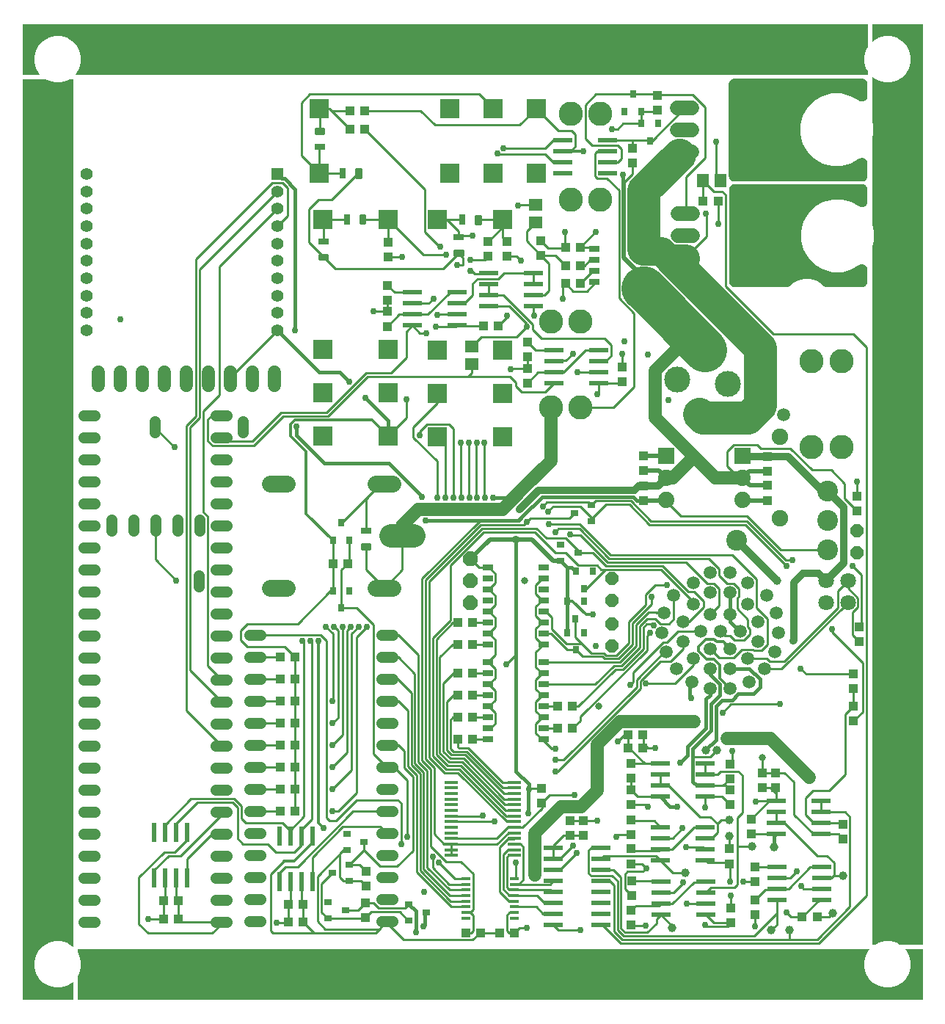
<source format=gbr>
G04 EAGLE Gerber RS-274X export*
G75*
%MOMM*%
%FSLAX34Y34*%
%LPD*%
%INBottom Copper*%
%IPPOS*%
%AMOC8*
5,1,8,0,0,1.08239X$1,22.5*%
G01*
%ADD10C,2.794000*%
%ADD11R,1.000000X1.100000*%
%ADD12R,1.400000X1.500000*%
%ADD13C,1.905000*%
%ADD14R,1.100000X1.000000*%
%ADD15P,1.814519X8X292.500000*%
%ADD16P,1.649562X8X202.500000*%
%ADD17R,0.600000X2.200000*%
%ADD18R,0.800000X0.900000*%
%ADD19R,0.900000X0.800000*%
%ADD20R,0.800000X1.200000*%
%ADD21C,0.240000*%
%ADD22R,1.200000X0.800000*%
%ADD23R,2.250000X2.250000*%
%ADD24C,1.981200*%
%ADD25C,2.705100*%
%ADD26R,1.500000X1.400000*%
%ADD27C,1.524000*%
%ADD28R,1.879600X1.879600*%
%ADD29C,1.879600*%
%ADD30C,2.400300*%
%ADD31C,1.676400*%
%ADD32C,1.308000*%
%ADD33C,1.422400*%
%ADD34R,1.422400X1.422400*%
%ADD35R,2.200000X0.600000*%
%ADD36R,1.270000X0.760000*%
%ADD37R,1.100000X0.450000*%
%ADD38R,1.500000X0.400000*%
%ADD39C,1.508000*%
%ADD40C,3.000000*%
%ADD41C,1.800000*%
%ADD42P,1.649562X8X22.500000*%
%ADD43C,0.254000*%
%ADD44C,0.406400*%
%ADD45C,0.508000*%
%ADD46C,0.906400*%
%ADD47C,0.806400*%
%ADD48C,0.756400*%
%ADD49C,3.810000*%
%ADD50C,0.609600*%
%ADD51C,5.080000*%
%ADD52C,0.304800*%
%ADD53C,0.812800*%
%ADD54C,1.006400*%
%ADD55C,1.500000*%
%ADD56C,1.056400*%
%ADD57C,3.302000*%
%ADD58C,1.016000*%
%ADD59C,0.856400*%

G36*
X12702Y-43178D02*
X12702Y-43178D01*
X12704Y-43179D01*
X12747Y-43159D01*
X12791Y-43141D01*
X12791Y-43139D01*
X12793Y-43138D01*
X12826Y-43053D01*
X12826Y-22657D01*
X12826Y-22656D01*
X12826Y-22655D01*
X12807Y-22611D01*
X12788Y-22566D01*
X12787Y-22566D01*
X12786Y-22565D01*
X12741Y-22548D01*
X12696Y-22530D01*
X12695Y-22531D01*
X12694Y-22531D01*
X12611Y-22567D01*
X11296Y-23882D01*
X5214Y-27393D01*
X-1569Y-29211D01*
X-8591Y-29211D01*
X-15374Y-27393D01*
X-21456Y-23882D01*
X-26422Y-18916D01*
X-29933Y-12834D01*
X-31751Y-6051D01*
X-31751Y971D01*
X-29933Y7754D01*
X-26422Y13836D01*
X-21456Y18802D01*
X-15374Y22313D01*
X-8591Y24131D01*
X-1569Y24131D01*
X5214Y22313D01*
X11296Y18802D01*
X12611Y17487D01*
X12612Y17487D01*
X12612Y17486D01*
X12658Y17468D01*
X12702Y17450D01*
X12703Y17451D01*
X12704Y17450D01*
X12748Y17471D01*
X12792Y17490D01*
X12792Y17491D01*
X12793Y17492D01*
X12826Y17577D01*
X12826Y1018540D01*
X12825Y1018542D01*
X12826Y1018544D01*
X12806Y1018587D01*
X12788Y1018631D01*
X12786Y1018631D01*
X12785Y1018633D01*
X12700Y1018666D01*
X8919Y1018666D01*
X8893Y1018655D01*
X8856Y1018649D01*
X5214Y1016547D01*
X-1569Y1014729D01*
X-8591Y1014729D01*
X-15374Y1016547D01*
X-19016Y1018649D01*
X-19045Y1018653D01*
X-19079Y1018666D01*
X-45593Y1018666D01*
X-45595Y1018665D01*
X-45597Y1018666D01*
X-45640Y1018646D01*
X-45684Y1018628D01*
X-45684Y1018626D01*
X-45686Y1018625D01*
X-45719Y1018540D01*
X-45719Y-43053D01*
X-45718Y-43055D01*
X-45719Y-43057D01*
X-45699Y-43100D01*
X-45681Y-43144D01*
X-45679Y-43144D01*
X-45678Y-43146D01*
X-45593Y-43179D01*
X12700Y-43179D01*
X12702Y-43178D01*
G37*
G36*
X938527Y20205D02*
X938527Y20205D01*
X938564Y20211D01*
X942206Y22313D01*
X948989Y24131D01*
X956011Y24131D01*
X962794Y22313D01*
X966436Y20211D01*
X966465Y20207D01*
X966499Y20194D01*
X993013Y20194D01*
X993015Y20195D01*
X993017Y20194D01*
X993060Y20214D01*
X993104Y20232D01*
X993104Y20234D01*
X993106Y20235D01*
X993139Y20320D01*
X993139Y1081913D01*
X993138Y1081915D01*
X993139Y1081917D01*
X993119Y1081960D01*
X993101Y1082004D01*
X993099Y1082004D01*
X993098Y1082006D01*
X993013Y1082039D01*
X934720Y1082039D01*
X934718Y1082038D01*
X934716Y1082039D01*
X934673Y1082019D01*
X934629Y1082001D01*
X934629Y1081999D01*
X934627Y1081998D01*
X934594Y1081913D01*
X934594Y1061517D01*
X934594Y1061516D01*
X934594Y1061515D01*
X934613Y1061471D01*
X934632Y1061426D01*
X934633Y1061426D01*
X934634Y1061425D01*
X934679Y1061408D01*
X934724Y1061390D01*
X934725Y1061391D01*
X934726Y1061391D01*
X934809Y1061427D01*
X936124Y1062742D01*
X942206Y1066253D01*
X948989Y1068071D01*
X956011Y1068071D01*
X962794Y1066253D01*
X968876Y1062742D01*
X973842Y1057776D01*
X977353Y1051694D01*
X979171Y1044911D01*
X979171Y1037889D01*
X977353Y1031106D01*
X973842Y1025024D01*
X968876Y1020058D01*
X962794Y1016547D01*
X956011Y1014729D01*
X948989Y1014729D01*
X942206Y1016547D01*
X936124Y1020058D01*
X934809Y1021373D01*
X934808Y1021373D01*
X934808Y1021374D01*
X934762Y1021392D01*
X934718Y1021410D01*
X934717Y1021409D01*
X934716Y1021410D01*
X934672Y1021389D01*
X934628Y1021370D01*
X934628Y1021369D01*
X934627Y1021368D01*
X934594Y1021283D01*
X934594Y969920D01*
X934600Y969905D01*
X934598Y969887D01*
X935737Y965638D01*
X935737Y954602D01*
X934598Y950353D01*
X934600Y950337D01*
X934594Y950320D01*
X934594Y850590D01*
X934600Y850575D01*
X934598Y850557D01*
X936499Y843464D01*
X936499Y832428D01*
X934598Y825335D01*
X934600Y825319D01*
X934594Y825302D01*
X934594Y20320D01*
X934595Y20318D01*
X934594Y20316D01*
X934614Y20273D01*
X934632Y20229D01*
X934634Y20229D01*
X934635Y20227D01*
X934720Y20194D01*
X938501Y20194D01*
X938527Y20205D01*
G37*
G36*
X-25196Y1023494D02*
X-25196Y1023494D01*
X-25195Y1023494D01*
X-25151Y1023513D01*
X-25106Y1023532D01*
X-25106Y1023533D01*
X-25105Y1023534D01*
X-25088Y1023579D01*
X-25070Y1023624D01*
X-25071Y1023625D01*
X-25071Y1023626D01*
X-25107Y1023709D01*
X-26422Y1025024D01*
X-29933Y1031106D01*
X-31751Y1037889D01*
X-31751Y1044911D01*
X-29933Y1051694D01*
X-26422Y1057776D01*
X-21456Y1062742D01*
X-15374Y1066253D01*
X-8591Y1068071D01*
X-1569Y1068071D01*
X5214Y1066253D01*
X11296Y1062742D01*
X16262Y1057776D01*
X19773Y1051694D01*
X21591Y1044911D01*
X21591Y1037889D01*
X19773Y1031106D01*
X16262Y1025024D01*
X14947Y1023709D01*
X14947Y1023708D01*
X14946Y1023708D01*
X14928Y1023662D01*
X14910Y1023618D01*
X14911Y1023617D01*
X14910Y1023616D01*
X14931Y1023572D01*
X14950Y1023528D01*
X14951Y1023528D01*
X14952Y1023527D01*
X15037Y1023494D01*
X929640Y1023494D01*
X929642Y1023495D01*
X929644Y1023494D01*
X929687Y1023514D01*
X929731Y1023532D01*
X929731Y1023534D01*
X929733Y1023535D01*
X929766Y1023620D01*
X929766Y1027401D01*
X929762Y1027411D01*
X929762Y1027412D01*
X929755Y1027427D01*
X929749Y1027464D01*
X927647Y1031106D01*
X925829Y1037889D01*
X925829Y1044911D01*
X927647Y1051694D01*
X929749Y1055336D01*
X929753Y1055365D01*
X929766Y1055399D01*
X929766Y1081913D01*
X929765Y1081915D01*
X929766Y1081917D01*
X929746Y1081960D01*
X929728Y1082004D01*
X929726Y1082004D01*
X929725Y1082006D01*
X929640Y1082039D01*
X-45593Y1082039D01*
X-45595Y1082038D01*
X-45597Y1082039D01*
X-45640Y1082019D01*
X-45684Y1082001D01*
X-45684Y1081999D01*
X-45686Y1081998D01*
X-45719Y1081913D01*
X-45719Y1023620D01*
X-45718Y1023618D01*
X-45719Y1023616D01*
X-45699Y1023573D01*
X-45681Y1023529D01*
X-45679Y1023529D01*
X-45678Y1023527D01*
X-45593Y1023494D01*
X-25197Y1023494D01*
X-25196Y1023494D01*
G37*
G36*
X993015Y-43178D02*
X993015Y-43178D01*
X993017Y-43179D01*
X993060Y-43159D01*
X993104Y-43141D01*
X993104Y-43139D01*
X993106Y-43138D01*
X993139Y-43053D01*
X993139Y15240D01*
X993138Y15242D01*
X993139Y15244D01*
X993119Y15287D01*
X993101Y15331D01*
X993099Y15331D01*
X993098Y15333D01*
X993013Y15366D01*
X972617Y15366D01*
X972616Y15366D01*
X972615Y15366D01*
X972571Y15347D01*
X972526Y15328D01*
X972526Y15327D01*
X972525Y15326D01*
X972508Y15281D01*
X972490Y15236D01*
X972491Y15235D01*
X972491Y15234D01*
X972527Y15151D01*
X973842Y13836D01*
X977353Y7754D01*
X979171Y971D01*
X979171Y-6051D01*
X977353Y-12834D01*
X973842Y-18916D01*
X968876Y-23882D01*
X962794Y-27393D01*
X956011Y-29211D01*
X948989Y-29211D01*
X942206Y-27393D01*
X936124Y-23882D01*
X931158Y-18916D01*
X927647Y-12834D01*
X925829Y-6051D01*
X925829Y971D01*
X927647Y7754D01*
X931158Y13836D01*
X932473Y15151D01*
X932473Y15152D01*
X932474Y15152D01*
X932492Y15198D01*
X932510Y15242D01*
X932509Y15243D01*
X932510Y15244D01*
X932489Y15288D01*
X932470Y15332D01*
X932469Y15332D01*
X932468Y15333D01*
X932383Y15366D01*
X17780Y15366D01*
X17778Y15365D01*
X17776Y15366D01*
X17733Y15346D01*
X17689Y15328D01*
X17689Y15326D01*
X17687Y15325D01*
X17654Y15240D01*
X17654Y11459D01*
X17665Y11433D01*
X17671Y11396D01*
X19773Y7754D01*
X21591Y971D01*
X21591Y-6051D01*
X19773Y-12834D01*
X17671Y-16476D01*
X17667Y-16505D01*
X17654Y-16539D01*
X17654Y-43053D01*
X17655Y-43055D01*
X17654Y-43057D01*
X17674Y-43100D01*
X17692Y-43144D01*
X17694Y-43144D01*
X17695Y-43146D01*
X17780Y-43179D01*
X993013Y-43179D01*
X993015Y-43178D01*
G37*
G36*
X923039Y900431D02*
X923039Y900431D01*
X923042Y900431D01*
X923389Y900451D01*
X923747Y900471D01*
X923750Y900471D01*
X923753Y900471D01*
X924093Y900530D01*
X924450Y900590D01*
X924452Y900591D01*
X924455Y900591D01*
X924800Y900691D01*
X925134Y900787D01*
X925137Y900789D01*
X925140Y900789D01*
X925464Y900924D01*
X925792Y901060D01*
X925795Y901062D01*
X925797Y901063D01*
X926109Y901235D01*
X926416Y901405D01*
X926418Y901407D01*
X926421Y901408D01*
X926718Y901619D01*
X926997Y901818D01*
X926999Y901819D01*
X927001Y901821D01*
X927269Y902061D01*
X927528Y902292D01*
X927530Y902295D01*
X927532Y902296D01*
X927770Y902564D01*
X928002Y902824D01*
X928004Y902826D01*
X928006Y902828D01*
X928204Y903109D01*
X928414Y903405D01*
X928416Y903408D01*
X928417Y903410D01*
X928580Y903706D01*
X928758Y904029D01*
X928759Y904032D01*
X928761Y904034D01*
X928892Y904352D01*
X929030Y904687D01*
X929031Y904690D01*
X929032Y904693D01*
X929127Y905022D01*
X929227Y905372D01*
X929228Y905375D01*
X929228Y905378D01*
X929287Y905727D01*
X929346Y906074D01*
X929346Y906077D01*
X929347Y906080D01*
X929385Y906780D01*
X929385Y921259D01*
X929372Y921498D01*
X929367Y921737D01*
X929352Y921853D01*
X929345Y921970D01*
X929305Y922206D01*
X929274Y922443D01*
X929245Y922557D01*
X929226Y922672D01*
X929160Y922902D01*
X929102Y923135D01*
X929061Y923244D01*
X929029Y923357D01*
X928937Y923578D01*
X928853Y923802D01*
X928801Y923907D01*
X928756Y924015D01*
X928640Y924225D01*
X928532Y924438D01*
X928468Y924536D01*
X928411Y924638D01*
X928272Y924833D01*
X928141Y925034D01*
X928066Y925124D01*
X927999Y925219D01*
X927839Y925397D01*
X927686Y925582D01*
X927602Y925663D01*
X927524Y925750D01*
X927345Y925909D01*
X927172Y926076D01*
X927079Y926147D01*
X926992Y926225D01*
X926797Y926363D01*
X926607Y926509D01*
X926507Y926569D01*
X926411Y926637D01*
X926201Y926753D01*
X925996Y926876D01*
X925890Y926924D01*
X925787Y926981D01*
X925566Y927072D01*
X925348Y927172D01*
X925237Y927208D01*
X925129Y927253D01*
X924899Y927319D01*
X924671Y927394D01*
X924557Y927417D01*
X924444Y927450D01*
X924208Y927490D01*
X923973Y927538D01*
X923857Y927549D01*
X923742Y927568D01*
X923503Y927582D01*
X923264Y927604D01*
X923147Y927601D01*
X923030Y927608D01*
X922791Y927594D01*
X922552Y927589D01*
X922436Y927574D01*
X922319Y927567D01*
X922083Y927527D01*
X921846Y927495D01*
X921732Y927467D01*
X921617Y927447D01*
X921387Y927381D01*
X921154Y927323D01*
X921045Y927282D01*
X920932Y927249D01*
X920711Y927157D01*
X920487Y927074D01*
X920381Y927020D01*
X920275Y926976D01*
X920075Y926865D01*
X919861Y926757D01*
X910003Y921065D01*
X899344Y918209D01*
X888308Y918209D01*
X877649Y921065D01*
X868092Y926583D01*
X860289Y934386D01*
X854771Y943943D01*
X851915Y954602D01*
X851915Y965638D01*
X854771Y976297D01*
X860289Y985854D01*
X868092Y993657D01*
X877649Y999175D01*
X888308Y1002031D01*
X899344Y1002031D01*
X910003Y999175D01*
X919861Y993483D01*
X920075Y993375D01*
X920285Y993259D01*
X920393Y993214D01*
X920497Y993162D01*
X920722Y993079D01*
X920943Y992987D01*
X921056Y992955D01*
X921165Y992914D01*
X921397Y992856D01*
X921628Y992790D01*
X921743Y992771D01*
X921857Y992743D01*
X922094Y992711D01*
X922330Y992672D01*
X922447Y992665D01*
X922563Y992650D01*
X922803Y992645D01*
X923042Y992632D01*
X923159Y992639D01*
X923275Y992637D01*
X923514Y992659D01*
X923753Y992673D01*
X923868Y992692D01*
X923985Y992703D01*
X924219Y992753D01*
X924455Y992793D01*
X924568Y992825D01*
X924682Y992849D01*
X924909Y992924D01*
X925140Y992991D01*
X925248Y993036D01*
X925359Y993072D01*
X925576Y993172D01*
X925797Y993264D01*
X925900Y993321D01*
X926006Y993370D01*
X926211Y993493D01*
X926421Y993609D01*
X926516Y993677D01*
X926616Y993738D01*
X926806Y993884D01*
X927001Y994022D01*
X927088Y994100D01*
X927181Y994172D01*
X927353Y994338D01*
X927532Y994498D01*
X927609Y994585D01*
X927694Y994666D01*
X927846Y994851D01*
X928006Y995030D01*
X928073Y995125D01*
X928148Y995215D01*
X928279Y995416D01*
X928417Y995611D01*
X928474Y995714D01*
X928537Y995812D01*
X928645Y996026D01*
X928761Y996235D01*
X928805Y996343D01*
X928858Y996448D01*
X928941Y996673D01*
X929032Y996894D01*
X929065Y997006D01*
X929105Y997116D01*
X929163Y997349D01*
X929228Y997579D01*
X929248Y997694D01*
X929276Y997808D01*
X929307Y998045D01*
X929347Y998281D01*
X929353Y998400D01*
X929368Y998514D01*
X929372Y998742D01*
X929385Y998981D01*
X929385Y1012698D01*
X929385Y1012701D01*
X929385Y1012704D01*
X929367Y1013032D01*
X929345Y1013409D01*
X929345Y1013412D01*
X929345Y1013415D01*
X929287Y1013755D01*
X929226Y1014112D01*
X929225Y1014114D01*
X929225Y1014117D01*
X929125Y1014462D01*
X929029Y1014796D01*
X929027Y1014799D01*
X929027Y1014802D01*
X928892Y1015126D01*
X928756Y1015454D01*
X928754Y1015457D01*
X928753Y1015459D01*
X928581Y1015771D01*
X928411Y1016078D01*
X928409Y1016080D01*
X928408Y1016083D01*
X928197Y1016380D01*
X927999Y1016659D01*
X927997Y1016661D01*
X927995Y1016663D01*
X927755Y1016931D01*
X927524Y1017190D01*
X927521Y1017192D01*
X927520Y1017194D01*
X927252Y1017432D01*
X926992Y1017664D01*
X926990Y1017666D01*
X926988Y1017668D01*
X926707Y1017866D01*
X926411Y1018076D01*
X926408Y1018078D01*
X926406Y1018079D01*
X926110Y1018242D01*
X925787Y1018420D01*
X925784Y1018421D01*
X925782Y1018423D01*
X925464Y1018554D01*
X925129Y1018692D01*
X925126Y1018693D01*
X925123Y1018694D01*
X924794Y1018789D01*
X924444Y1018889D01*
X924441Y1018890D01*
X924439Y1018890D01*
X924085Y1018950D01*
X923742Y1019008D01*
X923739Y1019008D01*
X923736Y1019009D01*
X923036Y1019047D01*
X775716Y1019047D01*
X775713Y1019047D01*
X775710Y1019047D01*
X775363Y1019027D01*
X775005Y1019007D01*
X775002Y1019007D01*
X774999Y1019007D01*
X774659Y1018948D01*
X774302Y1018888D01*
X774300Y1018887D01*
X774297Y1018887D01*
X773952Y1018787D01*
X773618Y1018691D01*
X773615Y1018689D01*
X773612Y1018689D01*
X773288Y1018554D01*
X772960Y1018418D01*
X772957Y1018416D01*
X772955Y1018415D01*
X772643Y1018243D01*
X772336Y1018073D01*
X772334Y1018071D01*
X772331Y1018070D01*
X772034Y1017859D01*
X771755Y1017661D01*
X771753Y1017659D01*
X771751Y1017657D01*
X771483Y1017417D01*
X771224Y1017186D01*
X771223Y1017183D01*
X771220Y1017182D01*
X770982Y1016914D01*
X770750Y1016654D01*
X770748Y1016652D01*
X770746Y1016650D01*
X770548Y1016369D01*
X770338Y1016073D01*
X770337Y1016070D01*
X770335Y1016068D01*
X770172Y1015772D01*
X769994Y1015449D01*
X769993Y1015446D01*
X769991Y1015444D01*
X769860Y1015126D01*
X769722Y1014791D01*
X769721Y1014788D01*
X769720Y1014785D01*
X769623Y1014447D01*
X769525Y1014106D01*
X769524Y1014103D01*
X769524Y1014101D01*
X769463Y1013743D01*
X769406Y1013404D01*
X769406Y1013401D01*
X769405Y1013398D01*
X769367Y1012698D01*
X769367Y906780D01*
X769367Y906777D01*
X769367Y906774D01*
X769387Y906427D01*
X769407Y906069D01*
X769407Y906066D01*
X769407Y906063D01*
X769466Y905723D01*
X769526Y905366D01*
X769527Y905364D01*
X769527Y905361D01*
X769627Y905016D01*
X769723Y904682D01*
X769725Y904679D01*
X769725Y904676D01*
X769860Y904352D01*
X769996Y904024D01*
X769998Y904021D01*
X769999Y904019D01*
X770171Y903707D01*
X770341Y903400D01*
X770343Y903398D01*
X770344Y903395D01*
X770555Y903098D01*
X770754Y902819D01*
X770755Y902817D01*
X770757Y902815D01*
X770997Y902547D01*
X771228Y902288D01*
X771231Y902287D01*
X771232Y902284D01*
X771500Y902046D01*
X771760Y901814D01*
X771762Y901812D01*
X771764Y901810D01*
X772045Y901612D01*
X772341Y901402D01*
X772344Y901401D01*
X772346Y901399D01*
X772642Y901236D01*
X772965Y901058D01*
X772968Y901057D01*
X772970Y901055D01*
X773288Y900924D01*
X773623Y900786D01*
X773626Y900785D01*
X773629Y900784D01*
X773958Y900690D01*
X774308Y900589D01*
X774311Y900588D01*
X774314Y900588D01*
X774667Y900528D01*
X775010Y900470D01*
X775013Y900470D01*
X775016Y900469D01*
X775716Y900431D01*
X923036Y900431D01*
X923039Y900431D01*
G37*
G36*
X836436Y778765D02*
X836436Y778765D01*
X836440Y778765D01*
X836794Y778785D01*
X837143Y778805D01*
X837147Y778805D01*
X837152Y778806D01*
X837502Y778866D01*
X837845Y778924D01*
X837849Y778925D01*
X837854Y778926D01*
X838206Y779028D01*
X838530Y779121D01*
X838534Y779123D01*
X838538Y779124D01*
X838864Y779260D01*
X839188Y779394D01*
X839192Y779396D01*
X839196Y779398D01*
X839503Y779568D01*
X839812Y779739D01*
X839815Y779741D01*
X839819Y779744D01*
X840118Y779956D01*
X840392Y780152D01*
X840395Y780154D01*
X840399Y780157D01*
X840921Y780624D01*
X843099Y782803D01*
X849179Y786313D01*
X855960Y788129D01*
X862980Y788129D01*
X869760Y786313D01*
X875840Y782803D01*
X878018Y780624D01*
X878021Y780622D01*
X878024Y780618D01*
X878287Y780384D01*
X878549Y780150D01*
X878553Y780147D01*
X878556Y780144D01*
X878840Y779943D01*
X879130Y779738D01*
X879134Y779735D01*
X879137Y779733D01*
X879448Y779562D01*
X879754Y779393D01*
X879758Y779391D01*
X879761Y779389D01*
X880086Y779255D01*
X880412Y779121D01*
X880416Y779119D01*
X880420Y779118D01*
X880759Y779021D01*
X881097Y778924D01*
X881101Y778923D01*
X881105Y778922D01*
X881461Y778862D01*
X881799Y778804D01*
X881803Y778804D01*
X881808Y778803D01*
X882507Y778765D01*
X923036Y778765D01*
X923039Y778765D01*
X923042Y778765D01*
X923389Y778785D01*
X923747Y778805D01*
X923750Y778805D01*
X923753Y778805D01*
X924093Y778864D01*
X924450Y778924D01*
X924452Y778925D01*
X924455Y778925D01*
X924800Y779025D01*
X925134Y779121D01*
X925137Y779123D01*
X925140Y779123D01*
X925464Y779258D01*
X925792Y779394D01*
X925795Y779396D01*
X925797Y779397D01*
X926109Y779569D01*
X926416Y779739D01*
X926418Y779741D01*
X926421Y779742D01*
X926718Y779953D01*
X926997Y780152D01*
X926999Y780153D01*
X927001Y780155D01*
X927269Y780395D01*
X927528Y780626D01*
X927530Y780629D01*
X927532Y780630D01*
X927770Y780898D01*
X928002Y781158D01*
X928004Y781160D01*
X928006Y781162D01*
X928204Y781443D01*
X928414Y781739D01*
X928416Y781742D01*
X928417Y781744D01*
X928580Y782040D01*
X928758Y782363D01*
X928759Y782366D01*
X928761Y782368D01*
X928892Y782686D01*
X929030Y783021D01*
X929031Y783024D01*
X929032Y783027D01*
X929126Y783354D01*
X929227Y783706D01*
X929228Y783709D01*
X929228Y783712D01*
X929288Y784065D01*
X929346Y784408D01*
X929346Y784411D01*
X929347Y784414D01*
X929385Y785114D01*
X929385Y798645D01*
X929372Y798884D01*
X929367Y799123D01*
X929352Y799239D01*
X929345Y799356D01*
X929305Y799592D01*
X929274Y799829D01*
X929245Y799943D01*
X929226Y800058D01*
X929160Y800288D01*
X929102Y800521D01*
X929061Y800630D01*
X929029Y800743D01*
X928937Y800964D01*
X928853Y801189D01*
X928801Y801293D01*
X928756Y801401D01*
X928640Y801611D01*
X928532Y801824D01*
X928468Y801922D01*
X928411Y802024D01*
X928272Y802219D01*
X928141Y802420D01*
X928066Y802510D01*
X927999Y802605D01*
X927839Y802784D01*
X927686Y802968D01*
X927602Y803049D01*
X927524Y803136D01*
X927345Y803296D01*
X927172Y803462D01*
X927079Y803533D01*
X926992Y803611D01*
X926797Y803749D01*
X926607Y803895D01*
X926507Y803955D01*
X926411Y804023D01*
X926201Y804139D01*
X925996Y804262D01*
X925890Y804310D01*
X925787Y804367D01*
X925566Y804458D01*
X925348Y804558D01*
X925237Y804594D01*
X925129Y804639D01*
X924899Y804705D01*
X924671Y804780D01*
X924557Y804803D01*
X924444Y804836D01*
X924208Y804876D01*
X923973Y804924D01*
X923857Y804935D01*
X923742Y804955D01*
X923503Y804968D01*
X923264Y804990D01*
X923147Y804987D01*
X923030Y804994D01*
X922791Y804980D01*
X922552Y804975D01*
X922436Y804960D01*
X922319Y804953D01*
X922083Y804913D01*
X921846Y804881D01*
X921732Y804853D01*
X921617Y804833D01*
X921387Y804767D01*
X921154Y804709D01*
X921045Y804668D01*
X920932Y804635D01*
X920711Y804543D01*
X920487Y804460D01*
X920381Y804406D01*
X920275Y804362D01*
X920075Y804251D01*
X919861Y804143D01*
X910765Y798891D01*
X900106Y796035D01*
X889070Y796035D01*
X878411Y798891D01*
X868854Y804409D01*
X861051Y812212D01*
X855533Y821769D01*
X852677Y832428D01*
X852677Y843464D01*
X855533Y854123D01*
X861051Y863680D01*
X868854Y871483D01*
X878411Y877001D01*
X889070Y879857D01*
X900106Y879857D01*
X910765Y877001D01*
X919861Y871749D01*
X920075Y871641D01*
X920285Y871525D01*
X920393Y871480D01*
X920497Y871428D01*
X920722Y871344D01*
X920943Y871253D01*
X921056Y871221D01*
X921165Y871180D01*
X921397Y871122D01*
X921628Y871056D01*
X921743Y871037D01*
X921857Y871009D01*
X922094Y870977D01*
X922330Y870937D01*
X922447Y870931D01*
X922563Y870916D01*
X922803Y870911D01*
X923042Y870898D01*
X923159Y870905D01*
X923275Y870903D01*
X923514Y870925D01*
X923753Y870939D01*
X923868Y870958D01*
X923985Y870969D01*
X924219Y871018D01*
X924455Y871059D01*
X924568Y871091D01*
X924682Y871115D01*
X924909Y871190D01*
X925140Y871257D01*
X925248Y871302D01*
X925359Y871338D01*
X925576Y871438D01*
X925797Y871530D01*
X925900Y871587D01*
X926006Y871636D01*
X926211Y871759D01*
X926421Y871875D01*
X926516Y871943D01*
X926616Y872004D01*
X926806Y872150D01*
X927001Y872288D01*
X927088Y872366D01*
X927181Y872438D01*
X927353Y872604D01*
X927532Y872764D01*
X927609Y872851D01*
X927694Y872932D01*
X927846Y873117D01*
X928006Y873296D01*
X928073Y873391D01*
X928148Y873481D01*
X928279Y873682D01*
X928417Y873877D01*
X928473Y873980D01*
X928537Y874078D01*
X928645Y874292D01*
X928761Y874501D01*
X928805Y874609D01*
X928858Y874714D01*
X928941Y874939D01*
X929032Y875160D01*
X929065Y875272D01*
X929105Y875382D01*
X929163Y875615D01*
X929228Y875845D01*
X929248Y875960D01*
X929276Y876074D01*
X929307Y876311D01*
X929347Y876547D01*
X929353Y876666D01*
X929368Y876780D01*
X929372Y877008D01*
X929385Y877247D01*
X929385Y891032D01*
X929385Y891035D01*
X929385Y891038D01*
X929365Y891385D01*
X929345Y891743D01*
X929345Y891746D01*
X929345Y891749D01*
X929286Y892089D01*
X929226Y892446D01*
X929225Y892448D01*
X929225Y892451D01*
X929125Y892796D01*
X929029Y893130D01*
X929027Y893133D01*
X929027Y893136D01*
X928892Y893460D01*
X928756Y893788D01*
X928754Y893791D01*
X928753Y893793D01*
X928581Y894105D01*
X928411Y894412D01*
X928409Y894414D01*
X928408Y894417D01*
X928197Y894714D01*
X927999Y894993D01*
X927997Y894995D01*
X927995Y894997D01*
X927755Y895265D01*
X927524Y895524D01*
X927521Y895526D01*
X927520Y895528D01*
X927252Y895766D01*
X926992Y895998D01*
X926990Y896000D01*
X926988Y896002D01*
X926707Y896200D01*
X926411Y896410D01*
X926408Y896412D01*
X926406Y896413D01*
X926110Y896576D01*
X925787Y896754D01*
X925784Y896755D01*
X925782Y896757D01*
X925464Y896888D01*
X925129Y897026D01*
X925126Y897027D01*
X925123Y897028D01*
X924794Y897123D01*
X924444Y897223D01*
X924441Y897224D01*
X924439Y897224D01*
X924085Y897284D01*
X923742Y897342D01*
X923739Y897342D01*
X923736Y897343D01*
X923036Y897381D01*
X775970Y897381D01*
X775967Y897381D01*
X775964Y897381D01*
X775617Y897361D01*
X775259Y897341D01*
X775256Y897341D01*
X775253Y897341D01*
X774913Y897282D01*
X774556Y897222D01*
X774554Y897221D01*
X774551Y897221D01*
X774206Y897121D01*
X773872Y897025D01*
X773869Y897023D01*
X773866Y897023D01*
X773542Y896888D01*
X773214Y896752D01*
X773211Y896750D01*
X773209Y896749D01*
X772897Y896577D01*
X772590Y896407D01*
X772588Y896405D01*
X772585Y896404D01*
X772288Y896193D01*
X772009Y895995D01*
X772007Y895993D01*
X772005Y895991D01*
X771737Y895751D01*
X771478Y895520D01*
X771477Y895517D01*
X771474Y895516D01*
X771236Y895248D01*
X771004Y894988D01*
X771002Y894986D01*
X771000Y894984D01*
X770802Y894703D01*
X770592Y894407D01*
X770591Y894404D01*
X770589Y894402D01*
X770426Y894106D01*
X770248Y893783D01*
X770247Y893780D01*
X770245Y893778D01*
X770114Y893460D01*
X769976Y893125D01*
X769975Y893122D01*
X769974Y893119D01*
X769880Y892790D01*
X769779Y892440D01*
X769778Y892437D01*
X769778Y892435D01*
X769717Y892077D01*
X769660Y891738D01*
X769660Y891735D01*
X769659Y891732D01*
X769621Y891032D01*
X769621Y785114D01*
X769621Y785111D01*
X769621Y785108D01*
X769641Y784761D01*
X769661Y784403D01*
X769661Y784400D01*
X769661Y784397D01*
X769720Y784057D01*
X769780Y783700D01*
X769781Y783698D01*
X769781Y783695D01*
X769884Y783341D01*
X769977Y783016D01*
X769979Y783013D01*
X769979Y783010D01*
X770114Y782686D01*
X770250Y782358D01*
X770252Y782355D01*
X770253Y782353D01*
X770425Y782041D01*
X770595Y781734D01*
X770597Y781732D01*
X770598Y781729D01*
X770809Y781432D01*
X771008Y781153D01*
X771009Y781151D01*
X771011Y781149D01*
X771251Y780881D01*
X771482Y780622D01*
X771485Y780621D01*
X771486Y780618D01*
X771754Y780380D01*
X772014Y780148D01*
X772016Y780146D01*
X772018Y780144D01*
X772299Y779946D01*
X772595Y779736D01*
X772598Y779734D01*
X772600Y779733D01*
X772896Y779570D01*
X773219Y779392D01*
X773222Y779391D01*
X773224Y779389D01*
X773542Y779258D01*
X773877Y779120D01*
X773880Y779119D01*
X773883Y779118D01*
X774212Y779024D01*
X774562Y778923D01*
X774565Y778922D01*
X774568Y778922D01*
X774921Y778862D01*
X775264Y778804D01*
X775267Y778804D01*
X775270Y778803D01*
X775970Y778765D01*
X836432Y778765D01*
X836436Y778765D01*
G37*
D10*
X597916Y738632D03*
X563880Y738632D03*
X597916Y639572D03*
X563880Y639572D03*
X865124Y594106D03*
X899160Y594106D03*
X865124Y693166D03*
X899160Y693166D03*
X586994Y879348D03*
X621030Y879348D03*
X586994Y978408D03*
X621030Y978408D03*
D11*
X656590Y199000D03*
X656590Y182000D03*
X656590Y211972D03*
X656590Y228972D03*
X770636Y198746D03*
X770636Y181746D03*
X770636Y211718D03*
X770636Y228718D03*
D12*
X759804Y901700D03*
X739304Y901700D03*
D11*
X795020Y147710D03*
X795020Y164710D03*
X813816Y566556D03*
X813816Y583556D03*
X814324Y549774D03*
X814324Y532774D03*
D13*
X828548Y605790D03*
X828548Y511810D03*
D11*
X917448Y537582D03*
X917448Y520582D03*
X671068Y566810D03*
X671068Y583810D03*
X671068Y549520D03*
X671068Y532520D03*
D14*
X597780Y782574D03*
X580780Y782574D03*
X580780Y824738D03*
X597780Y824738D03*
D11*
X536702Y715382D03*
X536702Y698382D03*
X646684Y669426D03*
X646684Y686426D03*
X536702Y685156D03*
X536702Y668156D03*
D14*
X277994Y46482D03*
X260994Y46482D03*
X277994Y67056D03*
X260994Y67056D03*
X504580Y33528D03*
X521580Y33528D03*
X133976Y70866D03*
X116976Y70866D03*
X133976Y50038D03*
X116976Y50038D03*
D11*
X375666Y780660D03*
X375666Y763660D03*
D14*
X486546Y734060D03*
X503546Y734060D03*
D11*
X375666Y750434D03*
X375666Y733434D03*
D14*
X482972Y33528D03*
X465972Y33528D03*
D11*
X586232Y163186D03*
X586232Y146186D03*
X601726Y163186D03*
X601726Y146186D03*
X553466Y183778D03*
X553466Y200778D03*
X656590Y164202D03*
X656590Y147202D03*
X769874Y113674D03*
X769874Y130674D03*
X656844Y113674D03*
X656844Y130674D03*
X823214Y201558D03*
X823214Y218558D03*
X807720Y201558D03*
X807720Y218558D03*
X799592Y110100D03*
X799592Y93100D03*
X901192Y159122D03*
X901192Y142122D03*
D14*
X652916Y262382D03*
X669916Y262382D03*
X652916Y247142D03*
X669916Y247142D03*
D11*
X657098Y93844D03*
X657098Y76844D03*
X771398Y45348D03*
X771398Y62348D03*
X656844Y43062D03*
X656844Y60062D03*
D14*
X854084Y52578D03*
X871084Y52578D03*
D11*
X799338Y54746D03*
X799338Y71746D03*
D15*
X471424Y414274D03*
X471424Y465074D03*
X471424Y439674D03*
D16*
X917448Y472440D03*
X917448Y497840D03*
D17*
X131572Y97444D03*
X131572Y149444D03*
X144272Y97444D03*
X118872Y97444D03*
X106172Y97444D03*
X144272Y149444D03*
X118872Y149444D03*
X106172Y149444D03*
X276098Y93126D03*
X276098Y145126D03*
X288798Y93126D03*
X263398Y93126D03*
X250698Y93126D03*
X288798Y145126D03*
X263398Y145126D03*
X250698Y145126D03*
D18*
X611988Y450690D03*
X592988Y450690D03*
X602488Y430690D03*
X601828Y416400D03*
X582828Y416400D03*
X592328Y396400D03*
X602082Y380332D03*
X583082Y380332D03*
X592582Y360332D03*
D19*
X575470Y481940D03*
X575470Y462940D03*
X595470Y472440D03*
D20*
X461662Y856234D03*
D21*
X476862Y851434D02*
X482462Y851434D01*
X476862Y851434D02*
X476862Y861034D01*
X482462Y861034D01*
X482462Y851434D01*
X482462Y853714D02*
X476862Y853714D01*
X476862Y855994D02*
X482462Y855994D01*
X482462Y858274D02*
X476862Y858274D01*
X476862Y860554D02*
X482462Y860554D01*
D22*
X297180Y940706D03*
D21*
X301980Y955906D02*
X301980Y961506D01*
X301980Y955906D02*
X292380Y955906D01*
X292380Y961506D01*
X301980Y961506D01*
X301980Y958186D02*
X292380Y958186D01*
X292380Y960466D02*
X301980Y960466D01*
D20*
X323740Y909828D03*
D21*
X338940Y905028D02*
X344540Y905028D01*
X338940Y905028D02*
X338940Y914628D01*
X344540Y914628D01*
X344540Y905028D01*
X344540Y907308D02*
X338940Y907308D01*
X338940Y909588D02*
X344540Y909588D01*
X344540Y911868D02*
X338940Y911868D01*
X338940Y914148D02*
X344540Y914148D01*
D22*
X457454Y836024D03*
D21*
X452654Y820824D02*
X452654Y815224D01*
X452654Y820824D02*
X462254Y820824D01*
X462254Y815224D01*
X452654Y815224D01*
X452654Y817504D02*
X462254Y817504D01*
X462254Y819784D02*
X452654Y819784D01*
D20*
X328566Y856996D03*
D21*
X343766Y852196D02*
X349366Y852196D01*
X343766Y852196D02*
X343766Y861796D01*
X349366Y861796D01*
X349366Y852196D01*
X349366Y854476D02*
X343766Y854476D01*
X343766Y856756D02*
X349366Y856756D01*
X349366Y859036D02*
X343766Y859036D01*
X343766Y861316D02*
X349366Y861316D01*
D22*
X301498Y831452D03*
D21*
X296698Y816252D02*
X296698Y810652D01*
X296698Y816252D02*
X306298Y816252D01*
X306298Y810652D01*
X296698Y810652D01*
X296698Y812932D02*
X306298Y812932D01*
X306298Y815212D02*
X296698Y815212D01*
D22*
X350520Y497696D03*
D21*
X345720Y482496D02*
X345720Y476896D01*
X345720Y482496D02*
X355320Y482496D01*
X355320Y476896D01*
X345720Y476896D01*
X345720Y479176D02*
X355320Y479176D01*
X355320Y481456D02*
X345720Y481456D01*
D19*
X306992Y69190D03*
X306992Y50190D03*
X326992Y59690D03*
X328582Y147930D03*
X328582Y128930D03*
X348582Y138430D03*
D18*
X331572Y428338D03*
X312572Y428338D03*
X322072Y408338D03*
X687680Y967326D03*
X668680Y967326D03*
X678180Y947326D03*
X649122Y981362D03*
X668122Y981362D03*
X658622Y1001362D03*
D23*
X447040Y984758D03*
X497078Y984758D03*
X547116Y984758D03*
X547116Y909828D03*
X497078Y909828D03*
X447040Y909828D03*
X296926Y984758D03*
X296926Y909828D03*
D24*
X259588Y431800D02*
X239776Y431800D01*
X239776Y551688D02*
X259588Y551688D01*
X361696Y431800D02*
X381508Y431800D01*
X381508Y551688D02*
X361696Y551688D01*
D25*
X379159Y491744D02*
X406210Y491744D01*
D26*
X546100Y873596D03*
X546100Y853096D03*
X472440Y689520D03*
X472440Y710020D03*
D27*
X41910Y680212D02*
X41910Y664972D01*
X67310Y664972D02*
X67310Y680212D01*
X92710Y680212D02*
X92710Y664972D01*
X118110Y664972D02*
X118110Y680212D01*
X143510Y680212D02*
X143510Y664972D01*
X168910Y664972D02*
X168910Y680212D01*
X194310Y680212D02*
X194310Y664972D01*
X219710Y664972D02*
X219710Y680212D01*
X245110Y680212D02*
X245110Y664972D01*
D19*
X399956Y66904D03*
X399956Y47904D03*
X419956Y57404D03*
D18*
X312318Y486570D03*
X331318Y486570D03*
X321818Y506570D03*
D19*
X331564Y93370D03*
X331564Y112370D03*
X311564Y102870D03*
D11*
X513080Y813952D03*
X513080Y830952D03*
D14*
X332114Y961136D03*
X349114Y961136D03*
D11*
X491744Y830952D03*
X491744Y813952D03*
X376174Y813190D03*
X376174Y830190D03*
X350520Y87766D03*
X350520Y104766D03*
X350266Y68444D03*
X350266Y51444D03*
D14*
X329302Y459740D03*
X312302Y459740D03*
D11*
X919734Y369960D03*
X919734Y386960D03*
D14*
X597780Y803656D03*
X580780Y803656D03*
D11*
X552196Y832476D03*
X552196Y815476D03*
D14*
X251850Y199390D03*
X268850Y199390D03*
X251850Y224790D03*
X268850Y224790D03*
X251850Y250190D03*
X268850Y250190D03*
X251850Y351790D03*
X268850Y351790D03*
X251850Y326390D03*
X268850Y326390D03*
X251850Y300990D03*
X268850Y300990D03*
X251850Y275590D03*
X268850Y275590D03*
X251850Y173990D03*
X268850Y173990D03*
D11*
X913130Y332604D03*
X913130Y315604D03*
X913130Y295012D03*
X913130Y278012D03*
X686816Y983116D03*
X686816Y1000116D03*
X657860Y922156D03*
X657860Y939156D03*
D14*
X456320Y256794D03*
X473320Y256794D03*
X571890Y269494D03*
X588890Y269494D03*
X456320Y282194D03*
X473320Y282194D03*
X571890Y294894D03*
X588890Y294894D03*
X456574Y307594D03*
X473574Y307594D03*
X456574Y332994D03*
X473574Y332994D03*
X456320Y366522D03*
X473320Y366522D03*
X456574Y391922D03*
X473574Y391922D03*
X756784Y877824D03*
X739784Y877824D03*
X349114Y981710D03*
X332114Y981710D03*
D28*
X784860Y583946D03*
D29*
X784860Y558546D03*
X784860Y533146D03*
D28*
X696722Y583946D03*
D29*
X696722Y558546D03*
X696722Y533146D03*
D30*
X883666Y543306D03*
X883666Y509778D03*
X778510Y486918D03*
D22*
X491232Y256794D03*
X555502Y345694D03*
X491232Y269494D03*
X491232Y282194D03*
X491232Y294894D03*
X491232Y307594D03*
X491232Y320294D03*
X491232Y332994D03*
X491232Y345694D03*
X555502Y332994D03*
X555502Y320294D03*
X555502Y307594D03*
X555502Y294894D03*
X555502Y282194D03*
X555502Y269494D03*
X555502Y256794D03*
X491232Y366776D03*
X555502Y455676D03*
X491232Y379476D03*
X491232Y392176D03*
X491232Y404876D03*
X491232Y417576D03*
X491232Y430276D03*
X491232Y442976D03*
X491232Y455676D03*
X555502Y442976D03*
X555502Y430276D03*
X555502Y417576D03*
X555502Y404876D03*
X555502Y392176D03*
X555502Y379476D03*
X555502Y366776D03*
D23*
X376174Y706628D03*
X376174Y656590D03*
X376174Y606552D03*
X301244Y606552D03*
X301244Y656590D03*
X301244Y706628D03*
X376174Y856742D03*
X301244Y856742D03*
X508254Y706120D03*
X508254Y656082D03*
X508254Y606044D03*
X433324Y606044D03*
X433324Y656082D03*
X433324Y706120D03*
X508254Y856234D03*
X433324Y856234D03*
D31*
X710184Y985520D02*
X726948Y985520D01*
X726948Y960120D02*
X710184Y960120D01*
X710184Y934720D02*
X726948Y934720D01*
D19*
X610964Y508406D03*
X610964Y527406D03*
X590964Y517906D03*
D32*
X37782Y72136D02*
X24702Y72136D01*
X24702Y376936D02*
X37782Y376936D01*
X37782Y351536D02*
X24702Y351536D01*
X24702Y326136D02*
X37782Y326136D01*
X37782Y300736D02*
X24702Y300736D01*
X24702Y275336D02*
X37782Y275336D01*
X37782Y249936D02*
X24702Y249936D01*
X24702Y224536D02*
X37782Y224536D01*
X37782Y199136D02*
X24702Y199136D01*
X24702Y173736D02*
X37782Y173736D01*
X37782Y148336D02*
X24702Y148336D01*
X177102Y376936D02*
X190182Y376936D01*
X190182Y351536D02*
X177102Y351536D01*
X177102Y199136D02*
X190182Y199136D01*
X190182Y173736D02*
X177102Y173736D01*
X177102Y148336D02*
X190182Y148336D01*
X190182Y122936D02*
X177102Y122936D01*
X177102Y46736D02*
X190182Y46736D01*
X37782Y46736D02*
X24702Y46736D01*
X24702Y97536D02*
X37782Y97536D01*
X37782Y122936D02*
X24702Y122936D01*
X177102Y72136D02*
X190182Y72136D01*
X190182Y97536D02*
X177102Y97536D01*
X177102Y326136D02*
X190182Y326136D01*
X190182Y224536D02*
X177102Y224536D01*
X177102Y249936D02*
X190182Y249936D01*
X190182Y275336D02*
X177102Y275336D01*
X177102Y300736D02*
X190182Y300736D01*
X190182Y402336D02*
X177102Y402336D01*
X177102Y427736D02*
X190182Y427736D01*
X190182Y453136D02*
X177102Y453136D01*
X177102Y478536D02*
X190182Y478536D01*
X190182Y503936D02*
X177102Y503936D01*
X177102Y529336D02*
X190182Y529336D01*
X190182Y554736D02*
X177102Y554736D01*
X177102Y580136D02*
X190182Y580136D01*
X190182Y605536D02*
X177102Y605536D01*
X177102Y630936D02*
X190182Y630936D01*
X37782Y402336D02*
X24702Y402336D01*
X24702Y427736D02*
X37782Y427736D01*
X37782Y453136D02*
X24702Y453136D01*
X24702Y478536D02*
X37782Y478536D01*
X37782Y503936D02*
X24702Y503936D01*
X24702Y529336D02*
X37782Y529336D01*
X37782Y554736D02*
X24702Y554736D01*
X24702Y580136D02*
X37782Y580136D01*
X37782Y605536D02*
X24702Y605536D01*
X24702Y630936D02*
X37782Y630936D01*
X158242Y510476D02*
X158242Y497396D01*
X132842Y497396D02*
X132842Y510476D01*
X107442Y510476D02*
X107442Y497396D01*
X82042Y497396D02*
X82042Y510476D01*
X56642Y510476D02*
X56642Y497396D01*
D33*
X248430Y728948D03*
X248430Y748948D03*
X248430Y768948D03*
X248430Y788948D03*
X248430Y808948D03*
X248430Y828948D03*
X248430Y848948D03*
X248430Y868948D03*
X248430Y888948D03*
D34*
X248430Y908948D03*
D33*
X28430Y728948D03*
X28430Y748948D03*
X28430Y768948D03*
X28430Y788948D03*
X28430Y808948D03*
X28430Y828948D03*
X28430Y848948D03*
X28430Y868948D03*
X28430Y888948D03*
X28430Y908948D03*
D32*
X157734Y446214D02*
X157734Y433134D01*
X106934Y610934D02*
X106934Y624014D01*
X208534Y624014D02*
X208534Y610934D01*
D35*
X543906Y782066D03*
X491906Y782066D03*
X543906Y794766D03*
X543906Y769366D03*
X543906Y756666D03*
X491906Y794766D03*
X491906Y769366D03*
X491906Y756666D03*
X619598Y693166D03*
X567598Y693166D03*
X619598Y705866D03*
X619598Y680466D03*
X619598Y667766D03*
X567598Y705866D03*
X567598Y680466D03*
X567598Y667766D03*
D32*
X229044Y72390D02*
X215964Y72390D01*
X215964Y377190D02*
X229044Y377190D01*
X229044Y351790D02*
X215964Y351790D01*
X215964Y326390D02*
X229044Y326390D01*
X229044Y300990D02*
X215964Y300990D01*
X215964Y275590D02*
X229044Y275590D01*
X229044Y250190D02*
X215964Y250190D01*
X215964Y224790D02*
X229044Y224790D01*
X229044Y199390D02*
X215964Y199390D01*
X215964Y173990D02*
X229044Y173990D01*
X229044Y148590D02*
X215964Y148590D01*
X368364Y377190D02*
X381444Y377190D01*
X381444Y351790D02*
X368364Y351790D01*
X368364Y199390D02*
X381444Y199390D01*
X381444Y173990D02*
X368364Y173990D01*
X368364Y148590D02*
X381444Y148590D01*
X381444Y123190D02*
X368364Y123190D01*
X368364Y46990D02*
X381444Y46990D01*
X229044Y46990D02*
X215964Y46990D01*
X215964Y97790D02*
X229044Y97790D01*
X229044Y123190D02*
X215964Y123190D01*
X368364Y72390D02*
X381444Y72390D01*
X381444Y97790D02*
X368364Y97790D01*
X368364Y326390D02*
X381444Y326390D01*
X381444Y224790D02*
X368364Y224790D01*
X368364Y250190D02*
X381444Y250190D01*
X381444Y275590D02*
X368364Y275590D01*
X368364Y300990D02*
X381444Y300990D01*
D35*
X577758Y922782D03*
X629758Y922782D03*
X577758Y910082D03*
X577758Y935482D03*
X577758Y948182D03*
X629758Y910082D03*
X629758Y935482D03*
X629758Y948182D03*
D36*
X671220Y810260D03*
X614020Y810260D03*
X671220Y822960D03*
X671220Y797560D03*
X671220Y784860D03*
X614020Y822960D03*
X614020Y797560D03*
X614020Y784860D03*
D35*
X456022Y759714D03*
X404022Y759714D03*
X456022Y772414D03*
X456022Y747014D03*
X456022Y734314D03*
X404022Y772414D03*
X404022Y747014D03*
X404022Y734314D03*
D37*
X466074Y50910D03*
X466074Y57410D03*
X466074Y63910D03*
X466074Y70410D03*
X466074Y76910D03*
X466074Y83410D03*
X466074Y89910D03*
X466074Y96410D03*
X521430Y96410D03*
X521430Y89910D03*
X521430Y83410D03*
X521430Y76910D03*
X521430Y70410D03*
X521430Y63910D03*
X521430Y57410D03*
X521430Y50910D03*
D35*
X621538Y131826D03*
X566928Y131826D03*
X621538Y119126D03*
X621538Y106426D03*
X566928Y119126D03*
X566928Y106426D03*
X621538Y93726D03*
X566928Y93726D03*
X621538Y81026D03*
X566928Y81026D03*
X621538Y68326D03*
X621538Y55626D03*
X566928Y68326D03*
X566928Y55626D03*
X621538Y42926D03*
X566928Y42926D03*
D38*
X521644Y207604D03*
X521644Y201104D03*
X521644Y194604D03*
X521644Y188104D03*
X521644Y181604D03*
X521644Y175104D03*
X521644Y168604D03*
X521644Y162104D03*
X521644Y155604D03*
X521644Y149104D03*
X521644Y142604D03*
X521644Y136104D03*
X521644Y129604D03*
X521644Y123104D03*
X449144Y123104D03*
X449144Y129604D03*
X449144Y136104D03*
X449144Y142604D03*
X449144Y149104D03*
X449144Y155604D03*
X449144Y162104D03*
X449144Y168604D03*
X449144Y175104D03*
X449144Y181604D03*
X449144Y188104D03*
X449144Y194604D03*
X449144Y201104D03*
X449144Y207604D03*
D35*
X742026Y216154D03*
X690026Y216154D03*
X742026Y228854D03*
X742026Y203454D03*
X742026Y190754D03*
X690026Y228854D03*
X690026Y203454D03*
X690026Y190754D03*
X742280Y143002D03*
X690280Y143002D03*
X742280Y155702D03*
X742280Y130302D03*
X742280Y117602D03*
X690280Y155702D03*
X690280Y130302D03*
X690280Y117602D03*
X875884Y172974D03*
X823884Y172974D03*
X875884Y185674D03*
X875884Y160274D03*
X875884Y147574D03*
X823884Y185674D03*
X823884Y160274D03*
X823884Y147574D03*
X742788Y80010D03*
X690788Y80010D03*
X742788Y92710D03*
X742788Y67310D03*
X742788Y54610D03*
X690788Y92710D03*
X690788Y67310D03*
X690788Y54610D03*
X876900Y97536D03*
X824900Y97536D03*
X876900Y110236D03*
X876900Y84836D03*
X876900Y72136D03*
X824900Y110236D03*
X824900Y84836D03*
X824900Y72136D03*
D31*
X727710Y863346D02*
X710946Y863346D01*
X710946Y837946D02*
X727710Y837946D01*
X727710Y812546D02*
X710946Y812546D01*
D39*
X748030Y449072D03*
X728218Y437642D03*
X705866Y423164D03*
X694944Y402844D03*
X691896Y379984D03*
X696722Y357632D03*
X708660Y338074D03*
X726440Y323596D03*
X748030Y315976D03*
X770890Y315976D03*
X792480Y323596D03*
X810260Y338074D03*
X822198Y357632D03*
X827024Y379984D03*
X823976Y402844D03*
X813054Y423164D03*
X790702Y437642D03*
X770890Y449072D03*
X748030Y426212D03*
X728218Y412750D03*
X716280Y392684D03*
X716280Y369824D03*
X728218Y350266D03*
X748030Y338836D03*
X770890Y338836D03*
X790702Y350266D03*
X802640Y369824D03*
X802640Y392684D03*
X790702Y412750D03*
X770890Y426212D03*
X748030Y401320D03*
X736600Y381508D03*
X748030Y361696D03*
X770890Y361696D03*
X782320Y381508D03*
X770890Y401320D03*
X759460Y381508D03*
D40*
X709585Y672047D03*
X735245Y632424D03*
X768514Y666581D03*
X742096Y706275D03*
D41*
X881634Y439728D03*
X881634Y414728D03*
X906634Y439728D03*
X906634Y414728D03*
D30*
X883666Y475996D03*
D16*
X634746Y364490D03*
X634746Y389890D03*
D42*
X634746Y442468D03*
X634746Y417068D03*
D43*
X500026Y397333D02*
X500026Y387019D01*
X500026Y397333D02*
X492483Y404876D01*
X492483Y430276D02*
X491232Y430276D01*
X500026Y437819D02*
X500026Y448133D01*
X500026Y437819D02*
X492483Y430276D01*
X492483Y294894D02*
X491232Y294894D01*
X491232Y320294D02*
X492483Y320294D01*
X500026Y327837D02*
X500026Y338151D01*
X500026Y327837D02*
X492483Y320294D01*
X500026Y338151D02*
X492483Y345694D01*
X491232Y345694D01*
X500026Y354488D01*
X500026Y371933D01*
X500026Y312751D02*
X500026Y302437D01*
X500026Y312751D02*
X492483Y320294D01*
X500026Y302437D02*
X492483Y294894D01*
X500026Y287351D02*
X500026Y275259D01*
X500026Y287351D02*
X492483Y294894D01*
X500026Y275259D02*
X494261Y269494D01*
X500026Y412419D02*
X500026Y422733D01*
X492483Y404876D02*
X491232Y404876D01*
X492483Y404876D02*
X500026Y412419D01*
X500026Y422733D02*
X492483Y430276D01*
X491232Y269494D02*
X494261Y269494D01*
X807720Y218558D02*
X823214Y218558D01*
X875884Y147574D02*
X895740Y147574D01*
X901192Y142122D01*
X875884Y147574D02*
X867331Y147574D01*
X844550Y170355D02*
X844550Y207772D01*
X833764Y218558D01*
X823214Y218558D01*
X844550Y170355D02*
X867331Y147574D01*
D44*
X782320Y381508D02*
X770890Y392938D01*
X770890Y401320D01*
X770890Y426212D01*
D43*
X480822Y455676D02*
X471424Y465074D01*
X492483Y379476D02*
X500026Y371933D01*
X492483Y379476D02*
X491232Y379476D01*
X492483Y379476D02*
X500026Y387019D01*
D45*
X471424Y465074D02*
X493703Y487353D01*
X523494Y487353D01*
D46*
X523494Y487353D03*
D43*
X807720Y235712D02*
X807720Y218558D01*
D47*
X807720Y235712D03*
D43*
X419260Y234475D02*
X419260Y440596D01*
X521572Y149176D02*
X521644Y149104D01*
X521572Y149176D02*
X514765Y149176D01*
X501693Y136104D02*
X449144Y136104D01*
X501693Y136104D02*
X514765Y149176D01*
X449144Y136104D02*
X449144Y129604D01*
X449144Y123104D01*
X429452Y224283D02*
X419260Y234475D01*
X429452Y147575D02*
X440923Y136104D01*
X429452Y147575D02*
X429452Y224283D01*
X440923Y136104D02*
X449144Y136104D01*
D48*
X538480Y199644D03*
X538198Y171704D03*
D49*
X671220Y777150D02*
X671220Y783336D01*
D50*
X671220Y784860D02*
X671220Y797560D01*
D27*
X741960Y706410D02*
X742096Y706275D01*
X741960Y706410D02*
X708642Y706410D01*
X684784Y682552D01*
X684784Y627612D01*
X729223Y583173D01*
D45*
X688458Y566810D02*
X671068Y566810D01*
X688458Y566810D02*
X696722Y558546D01*
X793632Y549774D02*
X814324Y549774D01*
X813816Y566556D02*
X792870Y566556D01*
X784860Y558546D01*
D51*
X742096Y706275D02*
X671384Y776986D01*
X671220Y776986D01*
D43*
X685062Y981362D02*
X686816Y983116D01*
X685062Y981362D02*
X668122Y981362D01*
X668680Y980804D01*
X668680Y967326D01*
D52*
X600710Y935482D02*
X577758Y935482D01*
D43*
X600710Y935482D02*
X601218Y934974D01*
D48*
X601218Y934974D03*
X634238Y960882D03*
D43*
X647286Y967326D02*
X668680Y967326D01*
X647286Y967326D02*
X640841Y960881D01*
X634238Y960882D01*
X657860Y922156D02*
X657860Y908812D01*
D44*
X647192Y908050D02*
X646938Y908304D01*
X647192Y908050D02*
X647192Y898144D01*
D48*
X646938Y908304D03*
D43*
X647954Y898906D02*
X657860Y908812D01*
X647954Y898906D02*
X647192Y898144D01*
X413766Y981710D02*
X349114Y981710D01*
X413766Y981710D02*
X430022Y965454D01*
X527812Y965454D01*
X547116Y984758D01*
X524628Y813952D02*
X513080Y813952D01*
X524628Y813952D02*
X529590Y808990D01*
D48*
X529590Y808990D03*
D43*
X376310Y813054D02*
X376174Y813190D01*
X376310Y813054D02*
X392458Y813054D01*
D48*
X392458Y813054D03*
X397510Y649224D03*
D43*
X397510Y627888D01*
X376174Y606552D01*
D45*
X647954Y812546D02*
X647954Y898906D01*
X671220Y784860D02*
X671220Y783336D01*
X662940Y797560D02*
X647954Y812546D01*
X662940Y797560D02*
X671220Y797560D01*
D43*
X671220Y777150D02*
X671220Y776986D01*
X523584Y98564D02*
X521430Y96410D01*
X523584Y98564D02*
X523584Y114554D01*
D48*
X523584Y114554D03*
D44*
X538480Y199644D02*
X538480Y205297D01*
X523503Y220274D01*
X523503Y487343D01*
D48*
X512318Y343662D03*
D43*
X523503Y354847D01*
X523503Y487343D01*
D45*
X523494Y487353D02*
X523503Y487362D01*
D48*
X612394Y400812D03*
D46*
X527723Y522398D03*
D53*
X660330Y544624D02*
X665226Y549520D01*
X671068Y549520D01*
X549949Y544624D02*
X527723Y522398D01*
X549949Y544624D02*
X660330Y544624D01*
X671068Y549520D02*
X687696Y549520D01*
X696722Y558546D01*
D43*
X312318Y486570D02*
X312302Y486554D01*
X312302Y459740D01*
X312302Y428608D01*
X312572Y428338D01*
X268850Y199390D02*
X268850Y173990D01*
X268850Y199390D02*
X268850Y224790D01*
X268850Y250190D01*
X268850Y275590D01*
X268850Y300990D01*
X268850Y326390D01*
X268850Y351790D01*
X256912Y363728D01*
X213994Y363728D02*
X206120Y371602D01*
X206120Y382524D01*
X213994Y363728D02*
X256912Y363728D01*
X276098Y93126D02*
X275962Y92990D01*
X275962Y69088D01*
X277994Y67056D01*
X277994Y46482D01*
X290694Y33782D02*
X361696Y33782D01*
X290694Y33782D02*
X277994Y46482D01*
D48*
X536384Y508034D03*
D43*
X366238Y38324D02*
X361696Y33782D01*
X483257Y504593D02*
X533200Y504593D01*
X536384Y507777D02*
X536384Y508034D01*
X536384Y507777D02*
X533200Y504593D01*
X483257Y504593D02*
X419260Y440596D01*
D52*
X288798Y145126D02*
X288798Y137668D01*
X267970Y116840D01*
D43*
X206120Y382524D02*
X213994Y390398D01*
X271707Y390398D01*
X309647Y428338D02*
X312572Y428338D01*
X309647Y428338D02*
X271707Y390398D01*
X577758Y935482D02*
X586819Y935482D01*
X592328Y940991D01*
X592328Y954532D01*
X587756Y959104D01*
X572430Y959104D01*
X547116Y984418D01*
X547116Y984758D01*
D54*
X824738Y440182D03*
D53*
X778510Y486410D01*
X778510Y486918D01*
D52*
X267970Y116840D02*
X256032Y116840D01*
D43*
X324764Y128930D02*
X328582Y128930D01*
X324764Y128930D02*
X319952Y124118D01*
X319952Y98323D01*
X324905Y93370D02*
X331564Y93370D01*
X324905Y93370D02*
X319952Y98323D01*
X344916Y93370D02*
X350520Y87766D01*
X344916Y93370D02*
X331564Y93370D01*
X374015Y46101D02*
X366238Y38324D01*
X374015Y46101D02*
X374904Y46990D01*
X366238Y38324D02*
X303560Y38324D01*
X324764Y128930D02*
X328582Y128930D01*
X324764Y128930D02*
X294894Y99060D01*
X294894Y46990D01*
X303560Y38324D01*
X131572Y73270D02*
X131572Y97444D01*
X131572Y73270D02*
X133976Y70866D01*
X133976Y50038D01*
X137278Y46736D01*
X183642Y46736D01*
X144272Y141399D02*
X144272Y149444D01*
X144272Y141399D02*
X129887Y127014D01*
X117791Y127014D01*
X88392Y97615D01*
X99314Y33274D02*
X172720Y33274D01*
X183642Y44196D01*
X183642Y46736D01*
X88392Y44196D02*
X88392Y97615D01*
X88392Y44196D02*
X99314Y33274D01*
X240566Y101374D02*
X256032Y116840D01*
X240566Y101374D02*
X240566Y36294D01*
X243078Y33782D01*
X290694Y33782D01*
X194310Y672592D02*
X194310Y674828D01*
X248430Y728948D01*
D44*
X296658Y680720D01*
X320040Y680720D02*
X331283Y669477D01*
D48*
X331283Y669477D03*
X349758Y651256D03*
D44*
X376174Y624840D01*
X376174Y606552D01*
X320040Y680720D02*
X296658Y680720D01*
D43*
X902970Y535060D02*
X917448Y520582D01*
X902970Y535060D02*
X902970Y552196D01*
X887476Y567690D01*
X865167Y567690D01*
X774813Y596900D02*
X767390Y589478D01*
D48*
X888238Y383794D03*
D43*
X553466Y200778D02*
X539614Y200778D01*
X538480Y199644D01*
X504580Y33528D02*
X482972Y33528D01*
X481693Y33528D01*
X473899Y25734D01*
X394382Y25734D01*
X374015Y46101D01*
D52*
X312318Y486570D02*
X281686Y517202D01*
X281686Y589026D02*
X263680Y607032D01*
X281686Y589026D02*
X281686Y517202D01*
X263680Y607032D02*
X263680Y620811D01*
X268291Y625422D01*
X357304Y625422D01*
X376174Y606552D01*
D43*
X767390Y589478D02*
X767390Y571952D01*
X780796Y558546D02*
X784860Y558546D01*
X780796Y558546D02*
X767390Y571952D01*
D45*
X784860Y558546D02*
X793632Y549774D01*
D44*
X523503Y487343D02*
X523494Y487353D01*
D27*
X696722Y558546D02*
X704596Y558546D01*
X729223Y583173D01*
D43*
X491232Y455676D02*
X480822Y455676D01*
X492483Y455676D02*
X500026Y448133D01*
X492483Y455676D02*
X491232Y455676D01*
D44*
X582828Y455582D02*
X582828Y416400D01*
X583082Y416146D01*
X583082Y380332D01*
X582828Y455582D02*
X575470Y462940D01*
X582828Y455582D02*
X588096Y455582D01*
X592988Y450690D01*
D45*
X575470Y462940D02*
X566522Y462940D01*
X542100Y487362D02*
X523503Y487362D01*
X542100Y487362D02*
X566522Y462940D01*
D44*
X538198Y199362D02*
X538198Y171704D01*
X538198Y199362D02*
X538480Y199644D01*
D52*
X582828Y416400D02*
X589018Y416400D01*
D43*
X536384Y508034D02*
X540414Y512064D01*
X585122Y512064D02*
X590964Y517906D01*
X585122Y512064D02*
X540414Y512064D01*
X774813Y596900D02*
X802386Y596900D01*
X840275Y592582D02*
X865167Y567690D01*
X806704Y592582D02*
X802386Y596900D01*
X806704Y592582D02*
X840275Y592582D01*
X923801Y288683D02*
X913130Y278012D01*
X923801Y288683D02*
X923802Y295402D01*
X923802Y345182D01*
X888238Y380746D02*
X888238Y383794D01*
X888238Y380746D02*
X923802Y345182D01*
D27*
X784860Y558546D02*
X753850Y558546D01*
X729223Y583173D01*
D52*
X612394Y400812D02*
X604606Y400812D01*
X589018Y416400D01*
D43*
X554441Y443166D02*
X546454Y435179D01*
X546454Y425096D01*
X555502Y442976D02*
X555312Y443166D01*
X554441Y443166D01*
X553974Y417576D02*
X555502Y417576D01*
X553974Y417576D02*
X546454Y425096D01*
X546708Y410033D02*
X546708Y399719D01*
X554251Y417576D02*
X555502Y417576D01*
X554251Y417576D02*
X546708Y410033D01*
X546708Y399719D02*
X554251Y392176D01*
X554251Y282194D02*
X555502Y282194D01*
X554251Y282194D02*
X546708Y274651D01*
X546708Y264060D01*
X546708Y315137D02*
X546708Y325451D01*
X554251Y332994D02*
X555502Y332994D01*
X554251Y332994D02*
X546708Y325451D01*
X546708Y315137D02*
X554251Y307594D01*
X546708Y340537D02*
X546708Y358217D01*
X546708Y340537D02*
X554251Y332994D01*
X555267Y366776D02*
X555502Y366776D01*
X555267Y366776D02*
X546708Y358217D01*
X546708Y374319D02*
X546708Y384633D01*
X554251Y366776D02*
X555502Y366776D01*
X554251Y366776D02*
X546708Y374319D01*
X546708Y384633D02*
X554251Y392176D01*
X555502Y392176D01*
X546708Y300051D02*
X546708Y289737D01*
X554251Y307594D02*
X555502Y307594D01*
X554251Y307594D02*
X546708Y300051D01*
X546708Y289737D02*
X554251Y282194D01*
D48*
X568960Y245872D03*
D45*
X671068Y583810D02*
X696586Y583810D01*
X696722Y583946D01*
X784860Y583946D02*
X785250Y583556D01*
D43*
X628856Y904288D02*
X617601Y904288D01*
X617474Y935482D02*
X629758Y935482D01*
X614934Y906955D02*
X617601Y904288D01*
X614934Y932942D02*
X617474Y935482D01*
X614934Y932942D02*
X614934Y906955D01*
X642620Y890524D02*
X642620Y765714D01*
X660146Y748188D01*
X636524Y639572D02*
X597916Y639572D01*
X642620Y890524D02*
X628856Y904288D01*
X660146Y748188D02*
X660146Y663194D01*
X636524Y639572D01*
D27*
X508254Y522478D02*
X411226Y522478D01*
X508254Y522478D02*
X533019Y547243D01*
X563880Y578104D01*
X563880Y639572D01*
X411226Y522478D02*
X392684Y503936D01*
X392684Y491744D01*
D48*
X497362Y536010D03*
D44*
X521786Y536010D01*
X533019Y547243D01*
D53*
X881634Y439728D02*
X901954Y460048D01*
X901954Y525018D02*
X883666Y543306D01*
X901954Y525018D02*
X901954Y460048D01*
X813886Y583486D02*
X813816Y583556D01*
X813886Y583486D02*
X837641Y583486D01*
X877821Y543306D02*
X883666Y543306D01*
X877821Y543306D02*
X837641Y583486D01*
X813816Y583556D02*
X785250Y583556D01*
D46*
X843942Y370994D03*
D43*
X392684Y452882D02*
X392684Y491744D01*
X392684Y452882D02*
X371602Y431800D01*
X350520Y452882D01*
X350520Y479696D01*
X341512Y59690D02*
X326992Y59690D01*
X341512Y59690D02*
X350266Y68444D01*
X358856Y68444D01*
X365006Y62294D01*
X395346Y62294D02*
X399956Y66904D01*
X395346Y62294D02*
X365006Y62294D01*
D44*
X399956Y66904D02*
X408084Y58776D01*
X408084Y34798D01*
X408686Y34798D01*
D48*
X408686Y34798D03*
D53*
X873506Y447856D02*
X881634Y439728D01*
X873506Y447856D02*
X873506Y448564D01*
X854964Y448564D01*
X844196Y437796D01*
X844196Y371248D01*
X843942Y370994D01*
D48*
X852304Y338836D03*
D43*
X553974Y256794D02*
X546708Y264060D01*
X553974Y256794D02*
X555502Y256794D01*
X553974Y256794D02*
X564896Y245872D01*
X568960Y245872D01*
D52*
X752002Y349838D02*
X759159Y342681D01*
X743620Y349838D02*
X734314Y359144D01*
X752360Y372364D02*
X755328Y369396D01*
X763190Y369396D01*
X770890Y361696D01*
X752002Y349838D02*
X743620Y349838D01*
X734314Y359144D02*
X734314Y364248D01*
X742430Y372364D01*
X752360Y372364D01*
X759159Y327723D02*
X764206Y322676D01*
X764206Y322660D01*
X770890Y315976D01*
X759159Y327723D02*
X759159Y342681D01*
D43*
X858536Y332604D02*
X913130Y332604D01*
X858536Y332604D02*
X852304Y338836D01*
X487544Y809752D02*
X491744Y813952D01*
X487544Y809752D02*
X470916Y809752D01*
D48*
X470916Y809752D03*
X460248Y598830D03*
D43*
X459994Y598576D01*
X459994Y536730D01*
X460756Y535968D01*
D48*
X460756Y535968D03*
X586407Y493189D03*
D43*
X586915Y492427D02*
X598408Y492427D01*
X586407Y492935D02*
X586407Y493189D01*
X586407Y492935D02*
X586915Y492427D01*
X752428Y436546D02*
X758190Y430784D01*
X744554Y436546D02*
X719836Y461264D01*
X744554Y436546D02*
X752428Y436546D01*
X758190Y430784D02*
X758190Y430667D01*
X758364Y430493D01*
X758364Y411654D01*
X748030Y401320D01*
X629571Y461264D02*
X598408Y492427D01*
X629571Y461264D02*
X719836Y461264D01*
D48*
X332824Y386842D03*
D43*
X328760Y382778D01*
X328760Y241892D01*
X311658Y224790D01*
D48*
X311658Y224790D03*
X436090Y825246D03*
D43*
X418772Y842310D02*
X418772Y891478D01*
X349114Y961136D01*
X435836Y825246D02*
X436090Y825246D01*
X435836Y825246D02*
X418772Y842310D01*
D48*
X469336Y598830D03*
D43*
X469082Y598576D01*
X469082Y536730D01*
X469844Y535968D01*
D48*
X469844Y535968D03*
X561437Y505049D03*
D43*
X597281Y505049D01*
X806921Y359490D02*
X813990Y366560D01*
X806921Y359490D02*
X798360Y359490D01*
X797250Y360600D01*
X801290Y408649D02*
X801290Y441669D01*
X801290Y408649D02*
X813990Y395949D01*
X813990Y366560D01*
X801290Y441669D02*
X773567Y469392D01*
X784409Y360600D02*
X775171Y351362D01*
X758364Y351362D01*
X748030Y361696D01*
X632938Y469392D02*
X597281Y505049D01*
X632938Y469392D02*
X773567Y469392D01*
X784409Y360600D02*
X797250Y360600D01*
D48*
X342166Y386842D03*
D43*
X334038Y378714D01*
X334038Y221770D01*
X311658Y199390D01*
D48*
X311658Y199390D03*
D43*
X689908Y228972D02*
X690026Y228854D01*
X689908Y228972D02*
X656590Y228972D01*
X770636Y228718D02*
X773430Y231512D01*
X773430Y243586D01*
D48*
X773430Y243586D03*
D43*
X823214Y201558D02*
X823884Y200888D01*
X823884Y185674D01*
X823884Y194792D02*
X817118Y201558D01*
X807720Y201558D01*
X823884Y194792D02*
X823884Y185674D01*
X815984Y185674D02*
X795020Y164710D01*
X815984Y185674D02*
X823884Y185674D01*
X800354Y185674D01*
X800100Y185420D01*
D48*
X800100Y185420D03*
D43*
X768994Y114554D02*
X745328Y114554D01*
X742280Y117602D01*
X768994Y114554D02*
X769874Y113674D01*
X770636Y112912D01*
X770636Y92964D01*
D48*
X770636Y92964D03*
X716788Y91948D03*
D43*
X691090Y80312D02*
X690788Y80010D01*
X691090Y80312D02*
X705485Y80312D01*
X716788Y91615D02*
X716788Y91948D01*
X716788Y91615D02*
X705485Y80312D01*
D48*
X716026Y154686D03*
D43*
X690328Y143050D02*
X690280Y143002D01*
X690328Y143050D02*
X704469Y143050D01*
X716026Y154607D02*
X716026Y154686D01*
X716026Y154607D02*
X704469Y143050D01*
X742788Y54610D02*
X752050Y45348D01*
X771398Y45348D01*
X771652Y45094D01*
D48*
X741680Y42926D03*
D43*
X840740Y52578D02*
X854084Y52578D01*
X840740Y52578D02*
X835660Y57658D01*
D48*
X835660Y57658D03*
D43*
X840486Y97536D02*
X824900Y97536D01*
X840486Y97536D02*
X847598Y104648D01*
D48*
X847598Y104648D03*
D43*
X566928Y119126D02*
X566928Y131826D01*
X566928Y134669D01*
X586232Y146186D02*
X601726Y146186D01*
X589534Y134366D02*
X574294Y119126D01*
X566928Y119126D01*
D48*
X589534Y134366D03*
D43*
X490890Y793750D02*
X491906Y794766D01*
X490890Y793750D02*
X475996Y793750D01*
X472694Y797052D01*
X471170Y797052D01*
D48*
X471170Y797052D03*
D43*
X456022Y734314D02*
X455006Y733298D01*
X431292Y733298D01*
D48*
X431292Y733298D03*
D43*
X422910Y759714D02*
X404022Y759714D01*
D48*
X428752Y765556D03*
D43*
X422910Y759714D01*
X619598Y667766D02*
X619598Y656936D01*
X617728Y655066D01*
D48*
X617728Y655066D03*
X589534Y702056D03*
D43*
X568154Y693722D02*
X567598Y693166D01*
X568154Y693722D02*
X581279Y693722D01*
X589534Y701977D02*
X589534Y702056D01*
X589534Y701977D02*
X581279Y693722D01*
D47*
X533908Y439674D03*
X619506Y294894D03*
D43*
X521644Y155604D02*
X521462Y155422D01*
X514511Y155422D01*
X501693Y142604D02*
X449144Y142604D01*
X501693Y142604D02*
X514511Y155422D01*
X521898Y155350D02*
X531368Y155350D01*
X521898Y155350D02*
X521644Y155604D01*
X531368Y155350D02*
X553642Y177624D01*
X597780Y824738D02*
X612242Y824738D01*
X614020Y822960D01*
D45*
X785232Y532774D02*
X814324Y532774D01*
X785232Y532774D02*
X784860Y533146D01*
D43*
X456276Y734060D02*
X456022Y734314D01*
X456276Y734060D02*
X486546Y734060D01*
X619598Y667766D02*
X619734Y667902D01*
X645160Y667902D01*
X646684Y669426D01*
D48*
X675640Y701040D03*
X615491Y364695D03*
D43*
X263398Y93126D02*
X263398Y69460D01*
X260994Y67056D01*
X260994Y46482D01*
X260232Y45720D01*
X247142Y45720D01*
D48*
X247142Y45720D03*
D43*
X566928Y134669D02*
X578445Y146186D01*
X586232Y146186D01*
X118872Y97444D02*
X118872Y72762D01*
X116976Y70866D01*
X116976Y50038D01*
X99568Y50038D01*
D48*
X99568Y50038D03*
X67310Y741680D03*
D43*
X553466Y183778D02*
X553642Y183602D01*
X553642Y177624D01*
X562220Y192532D02*
X591566Y192532D01*
X562220Y192532D02*
X553466Y183778D01*
D48*
X591566Y192532D03*
D43*
X521362Y57478D02*
X521430Y57410D01*
X521362Y57478D02*
X516297Y57478D01*
X513136Y54317D01*
X513136Y36327D01*
X515935Y33528D02*
X521580Y33528D01*
X515935Y33528D02*
X513136Y36327D01*
X521580Y33528D02*
X527930Y39878D01*
X536448Y39878D01*
D48*
X536448Y39878D03*
X417498Y80694D03*
D43*
X597780Y824738D02*
X615052Y842010D01*
X615922Y842010D01*
D48*
X615922Y842010D03*
D43*
X754888Y906616D02*
X759804Y901700D01*
X754888Y906616D02*
X754888Y946658D01*
D48*
X754888Y946658D03*
D43*
X873642Y72136D02*
X876900Y72136D01*
X873642Y72136D02*
X854084Y52578D01*
X743204Y41402D02*
X741680Y42926D01*
X743204Y41402D02*
X767960Y41402D01*
X771652Y45094D01*
X652916Y247142D02*
X652916Y262382D01*
X653932Y247142D02*
X672220Y228854D01*
X653932Y247142D02*
X652916Y247142D01*
X672220Y228854D02*
X690026Y228854D01*
X652916Y262382D02*
X649196Y262382D01*
X641604Y254790D01*
D48*
X641604Y254790D03*
D43*
X314850Y800100D02*
X301498Y813452D01*
X439530Y800100D02*
X457454Y818024D01*
X439530Y800100D02*
X314850Y800100D01*
X311260Y879348D02*
X341740Y909828D01*
X295367Y879348D02*
X284734Y868715D01*
X284734Y830216D02*
X301498Y813452D01*
X295367Y879348D02*
X311260Y879348D01*
X284734Y868715D02*
X284734Y830216D01*
X457454Y818024D02*
X462788Y812690D01*
X462788Y804164D01*
X455930Y804164D01*
D48*
X455930Y804164D03*
X487512Y598830D03*
D43*
X487258Y598576D01*
X487258Y536730D01*
X488020Y535968D01*
D48*
X488020Y535968D03*
X569184Y496286D03*
D43*
X572663Y499765D01*
X596817Y499765D01*
X775171Y436546D02*
X781224Y430493D01*
X781224Y421932D01*
X791464Y386979D02*
X793924Y384519D01*
X793924Y378498D01*
X758364Y445714D02*
X758364Y453353D01*
X758364Y445714D02*
X767532Y436546D01*
X775171Y436546D01*
X781224Y421932D02*
X779098Y419806D01*
X779098Y407727D01*
X758364Y453353D02*
X746389Y465328D01*
X779098Y407727D02*
X791464Y395361D01*
X791464Y386979D01*
X764735Y376233D02*
X759460Y381508D01*
X775500Y371174D02*
X786601Y371174D01*
X775500Y371174D02*
X770441Y376233D01*
X764735Y376233D01*
X631255Y465328D02*
X596817Y499765D01*
X631255Y465328D02*
X746389Y465328D01*
X793924Y378498D02*
X786601Y371174D01*
D48*
X762218Y287810D03*
D43*
X771842Y297434D02*
X828294Y297434D01*
X771842Y297434D02*
X762218Y287810D01*
X828294Y297434D02*
X828548Y297688D01*
D48*
X828548Y297688D03*
X412563Y607635D03*
D43*
X412563Y611734D01*
X420917Y620088D01*
D48*
X451414Y535926D03*
X323482Y386842D03*
D43*
X323482Y262014D01*
X311658Y250190D01*
D48*
X311658Y250190D03*
D43*
X451414Y614913D02*
X446239Y620088D01*
X451414Y614913D02*
X451414Y535926D01*
X446239Y620088D02*
X420917Y620088D01*
D48*
X713504Y229852D03*
D44*
X748030Y308187D02*
X748030Y315976D01*
X721882Y238230D02*
X713504Y229852D01*
D48*
X417068Y40894D03*
D44*
X418940Y56388D02*
X419956Y57404D01*
X418940Y56388D02*
X418940Y42766D01*
X417068Y40894D01*
X721882Y248717D02*
X743204Y270039D01*
X743204Y303361D02*
X748030Y308187D01*
X721882Y248717D02*
X721882Y238230D01*
X743204Y270039D02*
X743204Y303361D01*
D43*
X894840Y427934D02*
X906634Y439728D01*
X894840Y427934D02*
X894840Y408681D01*
X816140Y347298D02*
X813172Y350266D01*
X790702Y350266D01*
X816140Y347298D02*
X833457Y347298D01*
X894840Y408681D01*
D48*
X842518Y463550D03*
D43*
X835152Y463550D01*
X789940Y508762D01*
X559435Y530733D02*
X554657Y525955D01*
D48*
X554657Y525955D03*
X277368Y370360D03*
D43*
X279146Y368582D01*
X279146Y168240D01*
X263398Y152492D01*
X263398Y145126D01*
X263398Y151638D01*
X206502Y180340D02*
X198374Y188468D01*
X148844Y188468D01*
X118872Y158496D01*
X254508Y160528D02*
X263398Y151638D01*
X254508Y160528D02*
X211836Y160528D01*
X206502Y165862D01*
X206502Y180340D01*
X118872Y158496D02*
X118872Y149444D01*
X918428Y409843D02*
X918428Y419613D01*
X906634Y431407D02*
X906634Y439728D01*
X906634Y431407D02*
X918428Y419613D01*
X911940Y377754D02*
X919734Y369960D01*
X911940Y377754D02*
X911940Y403355D01*
X918428Y409843D01*
X607637Y530733D02*
X559435Y530733D01*
X607637Y530733D02*
X610964Y527406D01*
X615688Y532130D01*
X679450Y508762D02*
X789940Y508762D01*
X656082Y532130D02*
X615688Y532130D01*
X656082Y532130D02*
X679450Y508762D01*
X829980Y338074D02*
X906634Y414728D01*
X829980Y338074D02*
X810260Y338074D01*
D48*
X835660Y456720D03*
D43*
X835660Y457295D01*
X788257Y504698D01*
X566572Y525780D02*
X561084Y520291D01*
X561084Y519529D01*
D48*
X561084Y519529D03*
X286582Y370360D03*
D43*
X287852Y369090D01*
X287852Y164754D01*
X276098Y153000D01*
X276098Y145126D01*
X276098Y134874D01*
X268224Y127000D01*
X246888Y127000D01*
X196406Y184340D02*
X156137Y184340D01*
X131572Y159775D02*
X131572Y149444D01*
X237490Y136398D02*
X246888Y127000D01*
X237490Y136398D02*
X208788Y136398D01*
X202438Y142748D01*
X202438Y178308D01*
X196406Y184340D01*
X156137Y184340D02*
X131572Y159775D01*
X566572Y525780D02*
X597827Y525780D01*
X610964Y512643D02*
X610964Y508406D01*
X610964Y512643D02*
X597827Y525780D01*
X610964Y511454D02*
X627576Y528066D01*
X610964Y511454D02*
X610964Y508406D01*
X654399Y528066D02*
X677767Y504698D01*
X654399Y528066D02*
X627576Y528066D01*
X677767Y504698D02*
X788257Y504698D01*
X762372Y203454D02*
X742026Y203454D01*
X762372Y203454D02*
X770636Y211718D01*
X765928Y203454D02*
X742026Y203454D01*
X765928Y203454D02*
X770636Y198746D01*
D44*
X742026Y203454D02*
X732395Y203454D01*
X727470Y208379D01*
X748030Y331668D02*
X748030Y338836D01*
X748030Y331668D02*
X759126Y320572D01*
X759126Y307824D01*
X727470Y236776D02*
X727470Y208379D01*
X748792Y267716D02*
X748792Y297490D01*
X759126Y307824D01*
D54*
X755650Y244856D03*
D44*
X748792Y267716D02*
X727470Y246394D01*
D43*
X727470Y236776D02*
X747570Y236776D01*
X755650Y244856D01*
D44*
X727470Y246394D02*
X727470Y236776D01*
D43*
X795020Y147710D02*
X823748Y147710D01*
X823884Y147574D01*
D54*
X821944Y132842D03*
D44*
X821944Y145634D02*
X823884Y147574D01*
X821944Y145634D02*
X821944Y132842D01*
X724408Y306324D02*
X724408Y321564D01*
X724408Y306324D02*
X726186Y304546D01*
X724408Y321564D02*
X726440Y323596D01*
D48*
X726186Y304546D03*
D43*
X689264Y191516D02*
X690026Y190754D01*
X689264Y191516D02*
X664074Y191516D01*
X656590Y199000D01*
X656590Y211972D01*
D48*
X709930Y179324D03*
D44*
X701456Y179324D01*
X690026Y190754D01*
D54*
X743204Y244602D03*
D44*
X772866Y302260D02*
X780232Y309626D01*
X798012Y309626D02*
X805434Y317048D01*
X805434Y326390D01*
X792988Y338836D01*
X770890Y338836D01*
X780232Y309626D02*
X798012Y309626D01*
X772866Y302260D02*
X761465Y302260D01*
X754380Y295175D01*
X754380Y256540D01*
X743204Y245364D01*
X743204Y244602D01*
D43*
X597780Y278384D02*
X588890Y269494D01*
D48*
X678303Y380361D03*
D43*
X674747Y376805D01*
X674747Y360003D01*
X597780Y283036D02*
X597780Y278384D01*
X597780Y283036D02*
X674747Y360003D01*
D48*
X682376Y388610D03*
D43*
X595494Y294894D02*
X588890Y294894D01*
X595494Y294894D02*
X638420Y337820D01*
X646799Y337820D02*
X670457Y361478D01*
X670457Y385879D02*
X674309Y389731D01*
X681254Y389731D01*
X682376Y388610D01*
X646799Y337820D02*
X638420Y337820D01*
X670457Y361478D02*
X670457Y385879D01*
X700278Y390398D02*
X705866Y395986D01*
X705866Y423164D01*
X636737Y341884D02*
X615147Y320294D01*
X645115Y341884D02*
X666393Y363162D01*
X666393Y387562D02*
X675286Y396456D01*
X615147Y320294D02*
X555502Y320294D01*
X636737Y341884D02*
X645115Y341884D01*
X666393Y363162D02*
X666393Y387562D01*
X684591Y396456D02*
X690649Y390398D01*
X700278Y390398D01*
X684591Y396456D02*
X675286Y396456D01*
X662329Y364845D02*
X643432Y345948D01*
X685959Y402844D02*
X685324Y403479D01*
X685959Y402844D02*
X694944Y402844D01*
X676562Y403479D02*
X662329Y389246D01*
X676562Y403479D02*
X685324Y403479D01*
X643432Y345948D02*
X555756Y345948D01*
X555502Y345694D01*
X662329Y364845D02*
X662329Y389246D01*
X563938Y379476D02*
X555502Y379476D01*
D48*
X680146Y421199D03*
D43*
X658265Y366529D02*
X641749Y350012D01*
X658265Y366529D02*
X658265Y390929D01*
X680146Y412810D02*
X680146Y421199D01*
X680146Y412810D02*
X658265Y390929D01*
X641749Y350012D02*
X625856Y350012D01*
X623316Y352552D01*
X600362Y352552D02*
X592582Y360332D01*
X600362Y352552D02*
X623316Y352552D01*
X592582Y360332D02*
X583082Y360332D01*
X563938Y379476D01*
D48*
X697738Y435102D03*
D43*
X557842Y404876D02*
X555502Y404876D01*
X673570Y423922D02*
X684749Y435102D01*
X697738Y435102D01*
X654201Y368451D02*
X639826Y354076D01*
X654201Y392612D02*
X673570Y411981D01*
X654201Y392612D02*
X654201Y368451D01*
X673570Y411981D02*
X673570Y423922D01*
X639826Y354076D02*
X627539Y354076D01*
X624999Y356616D01*
X610807Y356616D02*
X600043Y367379D01*
X592494Y374929D01*
X592494Y396234D02*
X592328Y396400D01*
X592494Y396234D02*
X592494Y374929D01*
X610807Y356616D02*
X624999Y356616D01*
X600043Y367379D02*
X597986Y367379D01*
X597739Y367626D01*
X581535Y367626D01*
X565150Y397568D02*
X557842Y404876D01*
X565150Y384011D02*
X581535Y367626D01*
X565150Y384011D02*
X565150Y397568D01*
X728218Y412750D02*
X728218Y415681D01*
X690827Y453072D01*
X447802Y457549D02*
X447802Y394459D01*
X447802Y457549D02*
X486464Y496211D01*
X447802Y394459D02*
X427706Y374363D01*
X427706Y237648D01*
X442770Y222584D01*
X458332Y222584D01*
X512312Y168604D02*
X521644Y168604D01*
X512312Y168604D02*
X458332Y222584D01*
X486464Y496211D02*
X545430Y496211D01*
X626821Y453072D02*
X690827Y453072D01*
X626821Y453072D02*
X604439Y430690D01*
X602488Y430690D01*
X622057Y453072D02*
X617145Y457984D01*
X595608Y457984D01*
X569201Y472440D02*
X545430Y496211D01*
X622057Y453072D02*
X626821Y453072D01*
X595608Y457984D02*
X581152Y472440D01*
X569201Y472440D01*
D48*
X673608Y321672D03*
D43*
X498372Y162104D02*
X449144Y162104D01*
X498372Y162104D02*
X498602Y162334D01*
D48*
X498602Y162334D03*
D43*
X673716Y321564D02*
X707390Y321564D01*
X673716Y321564D02*
X673608Y321672D01*
X707390Y321564D02*
X728218Y342392D01*
X728218Y350266D01*
D48*
X655750Y319962D03*
X485648Y168910D03*
D43*
X485342Y168604D02*
X449144Y168604D01*
X485342Y168604D02*
X485648Y168910D01*
X697992Y368808D02*
X710692Y381508D01*
X736600Y381508D01*
X658904Y323116D02*
X655750Y319962D01*
X658904Y323116D02*
X658904Y334429D01*
X693284Y368808D01*
X697992Y368808D01*
D48*
X568960Y233172D03*
D43*
X578567Y233172D01*
X662968Y317573D01*
X662968Y326079D01*
X694521Y357632D02*
X696722Y357632D01*
X694521Y357632D02*
X662968Y326079D01*
D48*
X569468Y220358D03*
D43*
X571500Y220358D01*
X667032Y315890D01*
X667032Y324396D01*
X716280Y361442D02*
X716280Y369824D01*
X689934Y347298D02*
X667032Y324396D01*
X689934Y347298D02*
X702136Y347298D01*
X716280Y361442D01*
X716280Y392684D02*
X723256Y392684D01*
X423545Y439039D02*
X423545Y236061D01*
X423545Y439039D02*
X484781Y500275D01*
X456648Y218520D02*
X441086Y218520D01*
X423545Y236061D01*
X456648Y218520D02*
X513136Y162032D01*
X521572Y162032D01*
X521644Y162104D01*
X723256Y392684D02*
X740156Y409585D01*
X729154Y427308D02*
X722414Y427308D01*
X692522Y457200D01*
X740156Y416306D02*
X740156Y409585D01*
X740156Y416306D02*
X729154Y427308D01*
X547475Y500275D02*
X484781Y500275D01*
X612573Y472462D02*
X627835Y457200D01*
X612573Y472462D02*
X595492Y472462D01*
X595470Y472440D01*
X627835Y457200D02*
X692522Y457200D01*
X595470Y474391D02*
X580911Y488950D01*
X595470Y474391D02*
X595470Y472440D01*
X558800Y488950D02*
X547475Y500275D01*
X558800Y488950D02*
X580911Y488950D01*
D48*
X684022Y247142D03*
D43*
X675758Y247142D01*
X670814Y246244D02*
X669916Y247142D01*
X670814Y252086D02*
X675758Y247142D01*
X673218Y182000D02*
X656590Y182000D01*
X673218Y182000D02*
X675894Y179324D01*
D48*
X675894Y179324D03*
D43*
X742026Y190754D02*
X761628Y190754D01*
X770636Y181746D01*
X742026Y178724D02*
X742026Y190754D01*
X742026Y178724D02*
X742188Y178562D01*
D48*
X742188Y178562D03*
D43*
X656590Y147202D02*
X642248Y147202D01*
X639318Y144272D01*
D48*
X639318Y144272D03*
D43*
X669154Y113674D02*
X674370Y108458D01*
X669154Y113674D02*
X656844Y113674D01*
D48*
X674370Y108458D03*
D43*
X673100Y41910D02*
X657996Y41910D01*
X656844Y43062D01*
D48*
X673100Y41910D03*
X771398Y76962D03*
D43*
X771398Y62348D01*
X799456Y92964D02*
X799592Y93100D01*
X799456Y92964D02*
X786356Y92964D01*
D48*
X786356Y92964D03*
D54*
X889508Y56642D03*
D43*
X855726Y84836D02*
X852678Y87884D01*
D48*
X852678Y87884D03*
D43*
X598424Y36830D02*
X573024Y36830D01*
X566928Y42926D01*
D48*
X598424Y36830D03*
D43*
X574548Y106426D02*
X566928Y106426D01*
X574548Y106426D02*
X593852Y125730D01*
D48*
X593852Y125730D03*
D43*
X586232Y163186D02*
X601726Y163186D01*
X617084Y163186D02*
X617474Y163576D01*
X617084Y163186D02*
X601726Y163186D01*
D48*
X617474Y163576D03*
D43*
X799338Y54746D02*
X799338Y40894D01*
D48*
X799338Y40894D03*
D54*
X545338Y100330D03*
D27*
X643636Y277622D02*
X729488Y277622D01*
D55*
X729488Y277622D03*
D43*
X670814Y261484D02*
X669916Y262382D01*
X670814Y261484D02*
X670814Y252086D01*
X670814Y246244D01*
D55*
X767334Y257810D03*
D27*
X861824Y213108D02*
X861824Y213100D01*
D55*
X861824Y213108D03*
D43*
X871084Y52578D02*
X885444Y52578D01*
X889508Y56642D01*
X876900Y84836D02*
X855726Y84836D01*
X543906Y747868D02*
X543906Y756666D01*
X543906Y747868D02*
X543179Y747141D01*
X544576Y745744D01*
D48*
X544576Y745744D03*
D43*
X513334Y743848D02*
X503546Y734060D01*
X513334Y743848D02*
X513334Y745744D01*
D48*
X513334Y745744D03*
D43*
X456022Y747014D02*
X433324Y747014D01*
X433070Y746760D01*
D48*
X433070Y746760D03*
D43*
X769874Y145542D02*
X769874Y130674D01*
D54*
X769874Y145542D03*
D43*
X742280Y130302D02*
X739486Y133096D01*
X720090Y133096D01*
D48*
X720090Y133096D03*
D43*
X721106Y67310D02*
X742788Y67310D01*
D48*
X721106Y67310D03*
D43*
X375666Y750434D02*
X375666Y763660D01*
X375666Y750434D02*
X359292Y750434D01*
X359156Y750570D01*
D48*
X359156Y750570D03*
D43*
X646684Y701294D02*
X646684Y686426D01*
D48*
X646684Y701294D03*
D43*
X619598Y680466D02*
X594868Y680466D01*
D48*
X594868Y680466D03*
D43*
X536702Y685156D02*
X536702Y698382D01*
D27*
X817114Y257810D02*
X861824Y213100D01*
X817114Y257810D02*
X767334Y257810D01*
X598932Y179324D02*
X575818Y179324D01*
X598932Y179324D02*
X617502Y197894D01*
X617502Y251488D02*
X643636Y277622D01*
X617502Y251488D02*
X617502Y197894D01*
X575818Y179324D02*
X545338Y148844D01*
X545338Y100330D01*
D48*
X648462Y716026D03*
X699262Y648462D03*
D43*
X579882Y823840D02*
X580780Y824738D01*
X579882Y823840D02*
X560832Y823840D01*
X552196Y832476D01*
X579910Y825608D02*
X580780Y824738D01*
X579910Y825608D02*
X579910Y842010D01*
D48*
X579910Y842010D03*
D43*
X580780Y782574D02*
X589416Y773938D01*
X605282Y773938D01*
X614020Y782676D01*
X614020Y784860D01*
X580780Y782574D02*
X577596Y779390D01*
X577596Y765302D01*
D48*
X577596Y765302D03*
D43*
X536702Y685156D02*
X518278Y685156D01*
X517398Y684276D01*
D48*
X517398Y684276D03*
X295910Y370332D03*
X301753Y154841D03*
D52*
X295910Y160684D02*
X295910Y370332D01*
X295910Y160684D02*
X301753Y154841D01*
D55*
X832612Y631444D03*
D43*
X756784Y852052D02*
X756784Y877824D01*
X756784Y852052D02*
X756920Y851916D01*
D48*
X756920Y851916D03*
D43*
X674370Y108458D02*
X670306Y104394D01*
X652272Y104394D01*
X649304Y101426D02*
X649304Y84638D01*
X657098Y76844D01*
X649304Y101426D02*
X652272Y104394D01*
D56*
X-16510Y89916D03*
X76454Y1052830D03*
X208788Y1052830D03*
X341122Y1052830D03*
X473456Y1052830D03*
X605790Y1052830D03*
X738124Y1052830D03*
X870458Y1052830D03*
X76454Y-13970D03*
X208788Y-13970D03*
X341122Y-13970D03*
X473456Y-13970D03*
X-16510Y233172D03*
X-16510Y376428D03*
X-16510Y519684D03*
X-16510Y662940D03*
X-16510Y806196D03*
X-16510Y949452D03*
X963930Y519684D03*
X963930Y662940D03*
X963930Y806196D03*
X963930Y949452D03*
X963676Y376428D03*
X963930Y233172D03*
X963930Y89916D03*
D43*
X521644Y201104D02*
X521462Y201286D01*
X456320Y282194D02*
X450759Y282194D01*
X448026Y279461D01*
X448026Y246573D02*
X451441Y243158D01*
X466749Y243158D01*
X448026Y246573D02*
X448026Y279461D01*
X508621Y201286D02*
X521462Y201286D01*
X508621Y201286D02*
X466749Y243158D01*
X465065Y239094D02*
X449249Y239094D01*
X443962Y244381D01*
X451521Y307594D02*
X456574Y307594D01*
X451521Y307594D02*
X443962Y300035D01*
X443962Y244381D01*
X465065Y239094D02*
X509555Y194604D01*
X521644Y194604D01*
X447820Y234776D02*
X439898Y242698D01*
X447820Y234776D02*
X463636Y234776D01*
X456574Y332994D02*
X451775Y332994D01*
X439898Y321117D01*
X439898Y242698D01*
X510308Y188104D02*
X521644Y188104D01*
X510308Y188104D02*
X463636Y234776D01*
X473320Y256794D02*
X491232Y256794D01*
X456320Y256794D02*
X456320Y248356D01*
X457454Y247222D01*
X468432Y247222D01*
X508050Y207604D02*
X521644Y207604D01*
X508050Y207604D02*
X468432Y247222D01*
X555502Y269494D02*
X571890Y269494D01*
X491232Y282194D02*
X473320Y282194D01*
X555502Y294894D02*
X571890Y294894D01*
X491232Y307594D02*
X473574Y307594D01*
X473574Y332994D02*
X491232Y332994D01*
X490978Y366522D02*
X473320Y366522D01*
X490978Y366522D02*
X491232Y366776D01*
X490978Y391922D02*
X473574Y391922D01*
X490978Y391922D02*
X491232Y392176D01*
X431770Y239331D02*
X444453Y226648D01*
X460269Y226648D01*
X456574Y391922D02*
X451013Y391922D01*
X431770Y372679D01*
X431770Y239331D01*
X511813Y175104D02*
X521644Y175104D01*
X511813Y175104D02*
X460269Y226648D01*
X446137Y230712D02*
X435834Y241015D01*
X446137Y230712D02*
X461953Y230712D01*
X456320Y366522D02*
X450759Y366522D01*
X435834Y351597D01*
X435834Y241015D01*
X511061Y181604D02*
X521644Y181604D01*
X511061Y181604D02*
X461953Y230712D01*
D48*
X397990Y144780D03*
D43*
X383032Y224790D02*
X374904Y224790D01*
X383032Y224790D02*
X398018Y209804D01*
X398018Y144808D02*
X397990Y144780D01*
X398018Y144808D02*
X398018Y209804D01*
X331318Y461756D02*
X331318Y486570D01*
X331318Y461756D02*
X329302Y459740D01*
X322072Y452510D01*
X322072Y408338D01*
X359030Y388902D02*
X359030Y240664D01*
X374904Y224790D01*
X359030Y388902D02*
X339594Y408338D01*
X322072Y408338D01*
X374904Y250190D02*
X388018Y250190D01*
X394669Y243539D01*
X394669Y224329D01*
X404814Y214184D01*
X404814Y128747D01*
X342916Y112370D02*
X331564Y112370D01*
X342916Y112370D02*
X350520Y104766D01*
X348582Y129388D02*
X348582Y138430D01*
X348582Y129388D02*
X331564Y112370D01*
X348582Y129032D02*
X367124Y110490D01*
X348582Y129032D02*
X348582Y138430D01*
X386557Y110490D02*
X404814Y128747D01*
X386557Y110490D02*
X367124Y110490D01*
X350266Y51444D02*
X349012Y50190D01*
X306992Y50190D01*
X348429Y49725D02*
X356616Y57912D01*
X389440Y57912D01*
X399448Y47904D02*
X399956Y47904D01*
X399448Y47904D02*
X389440Y57912D01*
X347964Y50190D02*
X306992Y50190D01*
X347964Y50190D02*
X348429Y49725D01*
X299444Y90750D02*
X311564Y102870D01*
X299444Y57738D02*
X306992Y50190D01*
X299444Y57738D02*
X299444Y90750D01*
X350520Y497696D02*
X350520Y534416D01*
X367792Y551688D01*
X371602Y551688D01*
X368046Y551688D01*
X322928Y506570D01*
X321818Y506570D01*
X917448Y537582D02*
X917448Y554482D01*
D48*
X917448Y554482D03*
X912396Y456692D03*
D43*
X922648Y446440D01*
X922691Y389917D01*
X919734Y386960D01*
X481731Y508911D02*
X415196Y442375D01*
X415196Y232791D01*
X425388Y222599D01*
X442773Y116024D02*
X460302Y116024D01*
X442773Y116024D02*
X425388Y133409D01*
X474368Y60503D02*
X471207Y57342D01*
X466142Y57342D01*
X466074Y57410D01*
X474368Y60503D02*
X474368Y101958D01*
X425388Y133409D02*
X425388Y222599D01*
X460302Y116024D02*
X474368Y101958D01*
D45*
X671068Y532520D02*
X696096Y532520D01*
X696722Y533146D01*
D43*
X526690Y508911D02*
X481731Y508911D01*
X828778Y475996D02*
X883666Y475996D01*
X471275Y57410D02*
X474368Y54317D01*
X471275Y57410D02*
X466074Y57410D01*
X474368Y54317D02*
X474368Y36082D01*
X471814Y33528D01*
X465972Y33528D01*
D44*
X253698Y903680D02*
X248430Y908948D01*
X253698Y903680D02*
X256559Y903680D01*
X268732Y891507D01*
D48*
X268732Y728980D03*
X270510Y617982D03*
D44*
X268732Y728980D02*
X268732Y891507D01*
X270510Y617982D02*
X270510Y607822D01*
X302768Y575564D02*
X377178Y575564D01*
X302768Y575564D02*
X270510Y607822D01*
D48*
X415294Y536190D03*
D44*
X415294Y537448D02*
X377178Y575564D01*
X415294Y537448D02*
X415294Y536190D01*
D48*
X419466Y509552D03*
D44*
X526316Y509552D01*
X663408Y532520D02*
X671068Y532520D01*
X663408Y532520D02*
X658972Y536956D01*
X531074Y514310D02*
X526316Y509552D01*
X553720Y536956D02*
X658972Y536956D01*
X553720Y536956D02*
X531074Y514310D01*
D43*
X531074Y513294D01*
X526690Y508911D01*
X696482Y532520D02*
X714144Y514858D01*
X696482Y532520D02*
X696096Y532520D01*
X789916Y514858D02*
X828778Y475996D01*
X789916Y514858D02*
X714144Y514858D01*
X875884Y160274D02*
X900040Y160274D01*
X901192Y159122D01*
X875884Y160274D02*
X867585Y160274D01*
X913130Y295012D02*
X913130Y315604D01*
X913130Y295012D02*
X903986Y285868D01*
X884682Y197612D02*
X866394Y197612D01*
X858012Y189230D01*
X858012Y169847D02*
X867585Y160274D01*
X903986Y216916D02*
X903986Y285868D01*
X903986Y216916D02*
X884682Y197612D01*
X858012Y189230D02*
X858012Y169847D01*
D50*
X671220Y810260D02*
X671220Y822960D01*
D49*
X671220Y890168D01*
X712216Y931164D01*
D57*
X671220Y822960D02*
X673760Y820420D01*
X700004Y811530D02*
X719328Y811530D01*
X691114Y820420D02*
X673760Y820420D01*
X691114Y820420D02*
X700004Y811530D01*
D48*
X743204Y863600D03*
D43*
X743712Y863092D01*
X743712Y836930D01*
X719328Y812546D01*
X715010Y931164D02*
X718566Y934720D01*
X715010Y931164D02*
X712216Y931164D01*
X719328Y812546D02*
X719328Y811530D01*
D49*
X735245Y632424D02*
X739563Y628106D01*
X790666Y628106D01*
X805297Y642737D01*
X805297Y708639D02*
X719328Y794608D01*
X805297Y708639D02*
X805297Y642737D01*
D58*
X719328Y794608D02*
X719328Y812546D01*
D49*
X704946Y808990D02*
X719328Y794608D01*
D48*
X509414Y938792D03*
D43*
X577298Y948642D02*
X577758Y948182D01*
X577298Y948642D02*
X567633Y948642D01*
X557529Y938538D02*
X511192Y938538D01*
X510938Y938792D01*
X509414Y938792D01*
X557529Y938538D02*
X567633Y948642D01*
D48*
X502412Y932942D03*
D43*
X566582Y922782D02*
X577758Y922782D01*
X566582Y922782D02*
X557390Y931974D01*
X503380Y931974D01*
X502412Y932942D01*
X658622Y1001362D02*
X685570Y1001362D01*
X686816Y1000116D01*
X720090Y905606D02*
X720090Y864108D01*
X719328Y863346D01*
X727767Y1000506D02*
X687206Y1000506D01*
X686816Y1000116D01*
X742188Y927704D02*
X720090Y905606D01*
X742188Y986085D02*
X727767Y1000506D01*
X742188Y986085D02*
X742188Y927704D01*
X616212Y1001362D02*
X603758Y988908D01*
X616212Y1001362D02*
X658622Y1001362D01*
X641604Y922782D02*
X629758Y922782D01*
X645668Y937523D02*
X641359Y941832D01*
X611886Y941832D02*
X603758Y949960D01*
X603758Y988908D01*
X645668Y926846D02*
X641604Y922782D01*
X645668Y926846D02*
X645668Y937523D01*
X641359Y941832D02*
X611886Y941832D01*
X629758Y948182D02*
X657860Y948182D01*
X657860Y939156D01*
X680639Y947326D02*
X718566Y985253D01*
X680639Y947326D02*
X678180Y947326D01*
X718566Y985253D02*
X718566Y985520D01*
X677324Y948182D02*
X657860Y948182D01*
X677324Y948182D02*
X678180Y947326D01*
D48*
X311658Y275590D03*
D43*
X442171Y597197D02*
X433324Y606044D01*
X442171Y597197D02*
X442171Y535983D01*
D48*
X442171Y535983D03*
X313886Y386842D03*
D43*
X314140Y386842D01*
X318204Y382778D01*
X318204Y282136D01*
X311658Y275590D01*
X433324Y856234D02*
X461662Y856234D01*
X457454Y842772D02*
X457454Y836024D01*
X457454Y842772D02*
X443992Y856234D01*
X433324Y856234D01*
D48*
X473456Y837692D03*
D43*
X459122Y837692D01*
X457454Y836024D01*
X433324Y656082D02*
X433324Y644906D01*
X432829Y577822D02*
X432829Y536166D01*
X432829Y577822D02*
X405130Y605521D01*
D48*
X432829Y536166D03*
X304544Y386842D03*
D43*
X312420Y378968D02*
X312418Y301780D01*
X311628Y300990D01*
X312420Y378968D02*
X304544Y386842D01*
D48*
X311628Y300990D03*
D43*
X405130Y616712D02*
X433324Y644906D01*
X405130Y616712D02*
X405130Y605521D01*
X296926Y909828D02*
X296926Y940452D01*
X297180Y940706D01*
X276098Y930656D02*
X296926Y909828D01*
X276098Y991108D02*
X286004Y1001014D01*
X481076Y1001014D01*
X276098Y991108D02*
X276098Y930656D01*
X497078Y984758D02*
X497078Y985012D01*
X481076Y1001014D01*
X323740Y909828D02*
X296926Y909828D01*
X346566Y856996D02*
X375920Y856996D01*
X376174Y856742D01*
X376174Y830190D01*
X376174Y856742D02*
X416560Y816356D01*
X442976Y816356D01*
D48*
X442976Y816356D03*
X478424Y598830D03*
D43*
X478170Y598576D01*
X478170Y536730D01*
X478932Y535968D01*
D48*
X478932Y535968D03*
X351628Y386842D03*
D43*
X351466Y386842D01*
X339436Y374812D01*
X339436Y195164D01*
X318262Y173990D02*
X311912Y173990D01*
D48*
X311912Y173990D03*
D43*
X318262Y173990D02*
X339436Y195164D01*
X301244Y856742D02*
X301498Y856996D01*
X328566Y856996D01*
X301498Y856488D02*
X301244Y856742D01*
X301498Y856488D02*
X301498Y831452D01*
X597780Y782721D02*
X612619Y797560D01*
X597780Y782721D02*
X597780Y782574D01*
X612619Y797560D02*
X614020Y797560D01*
D48*
X536381Y733046D03*
D43*
X515776Y756666D02*
X491906Y756666D01*
X536381Y736060D02*
X536381Y733046D01*
X536381Y736060D02*
X515776Y756666D01*
X483526Y721106D02*
X472440Y710020D01*
X524441Y721106D02*
X536381Y733046D01*
X524441Y721106D02*
X483526Y721106D01*
X543906Y769366D02*
X556260Y769366D01*
X561594Y774700D01*
X561594Y806078D01*
X552196Y815476D01*
X535940Y842936D02*
X546100Y853096D01*
X535940Y831732D02*
X552196Y815476D01*
X535940Y831732D02*
X535940Y842936D01*
X552196Y815476D02*
X568960Y815476D01*
X580780Y803656D01*
X248430Y888948D02*
X158496Y799014D01*
X158496Y627953D02*
X147828Y617285D01*
X147828Y336550D01*
X183642Y300736D01*
X158496Y627953D02*
X158496Y799014D01*
X181610Y654463D02*
X163196Y636049D01*
X163196Y518722D01*
X167576Y514342D01*
X167576Y342202D02*
X183642Y326136D01*
X167576Y342202D02*
X167576Y514342D01*
X181610Y802128D02*
X248430Y868948D01*
X181610Y802128D02*
X181610Y654463D01*
X248430Y848948D02*
X260604Y861122D01*
X260604Y892810D01*
X254560Y898854D01*
X242010Y898854D01*
X154432Y811276D01*
X154432Y629636D02*
X143510Y618714D01*
X154432Y629636D02*
X154432Y811276D01*
X143510Y290068D02*
X183642Y249936D01*
X143510Y290068D02*
X143510Y618714D01*
D48*
X129540Y593852D03*
D43*
X106934Y616458D01*
X106934Y617474D01*
D48*
X131826Y439928D03*
D43*
X107442Y464312D01*
X107442Y503936D01*
X567462Y705730D02*
X567598Y705866D01*
X567462Y705730D02*
X546354Y705730D01*
X536702Y715382D01*
X567598Y667766D02*
X557692Y657860D01*
X530352Y657860D01*
X523822Y664390D01*
X523822Y668962D02*
X516964Y675820D01*
X468376Y675820D01*
X352673Y675820D01*
X306593Y629740D01*
X255214Y629740D01*
X220914Y595440D01*
X523822Y664390D02*
X523822Y668962D01*
X173490Y595440D02*
X167768Y601162D01*
X173490Y595440D02*
X220914Y595440D01*
X472440Y679884D02*
X472440Y689520D01*
X472440Y679884D02*
X468376Y675820D01*
X167768Y625730D02*
X167768Y601162D01*
X167768Y625730D02*
X173990Y631952D01*
X182626Y631952D01*
X183642Y630936D01*
X379183Y679884D02*
X397076Y697777D01*
X397076Y727368D02*
X404022Y734314D01*
X397076Y727368D02*
X397076Y697777D01*
X379183Y679884D02*
X350989Y679884D01*
X219929Y600964D02*
X188214Y600964D01*
X183642Y605536D01*
X219929Y600964D02*
X252769Y633804D01*
X304909Y633804D02*
X350989Y679884D01*
X304909Y633804D02*
X252769Y633804D01*
X526632Y873596D02*
X546100Y873596D01*
X526632Y873596D02*
X525780Y872744D01*
D48*
X525780Y872744D03*
X420370Y725424D03*
D43*
X412912Y725424D01*
X404022Y734314D01*
X597780Y803656D02*
X602967Y803656D01*
X608555Y809244D02*
X613004Y809244D01*
X614020Y810260D01*
X608555Y809244D02*
X602967Y803656D01*
X567598Y680466D02*
X549012Y680466D01*
X536702Y668156D01*
X567804Y680260D02*
X578739Y680260D01*
X567804Y680260D02*
X567598Y680466D01*
X604345Y705866D02*
X619598Y705866D01*
X604345Y705866D02*
X578739Y680260D01*
X403904Y772532D02*
X383794Y772532D01*
X375666Y780660D01*
X403904Y772532D02*
X404022Y772414D01*
X389246Y747014D02*
X375666Y733434D01*
X389246Y747014D02*
X404022Y747014D01*
X455974Y772366D02*
X456022Y772414D01*
X422246Y747014D02*
X404022Y747014D01*
X447598Y772366D02*
X455974Y772366D01*
X447598Y772366D02*
X422246Y747014D01*
X491906Y769366D02*
X491906Y782066D01*
X619598Y693166D02*
X627126Y693166D01*
X633476Y699516D01*
X633476Y711708D01*
X625856Y719328D01*
X553466Y719328D01*
X543052Y729742D02*
X543052Y735838D01*
X509524Y769366D01*
X543052Y729742D02*
X553466Y719328D01*
X509524Y769366D02*
X491906Y769366D01*
X543906Y782066D02*
X543906Y794766D01*
X509857Y794766D01*
X503555Y788464D01*
X464623Y759762D02*
X456070Y759762D01*
X464623Y759762D02*
X473964Y769103D01*
X473964Y782828D01*
X479600Y788464D01*
X503555Y788464D01*
X456070Y759762D02*
X456022Y759714D01*
X183642Y173736D02*
X183642Y169593D01*
X136999Y122950D01*
X122696Y122950D01*
X106172Y106426D02*
X106172Y97444D01*
X106172Y106426D02*
X122696Y122950D01*
X173320Y148336D02*
X183642Y148336D01*
X173320Y148336D02*
X144272Y119288D01*
X144272Y97444D01*
X739784Y901220D02*
X739304Y901700D01*
X739784Y901220D02*
X739784Y877824D01*
X752004Y889000D02*
X739304Y901700D01*
X761329Y889000D02*
X765302Y885027D01*
X761329Y889000D02*
X752004Y889000D01*
X765302Y885027D02*
X765302Y779780D01*
X927889Y709395D02*
X927889Y458442D01*
X623570Y42926D02*
X621538Y42926D01*
X623570Y42926D02*
X644398Y22098D01*
X872903Y22098D01*
X927835Y77029D01*
X927889Y458442D01*
X927889Y709395D02*
X912876Y724408D01*
X820674Y724408D01*
X765302Y779780D01*
X388112Y377190D02*
X374904Y377190D01*
X421218Y221022D02*
X421218Y109348D01*
X447225Y83342D01*
X421218Y221022D02*
X411132Y231108D01*
X411132Y354170D01*
X388112Y377190D01*
X447225Y83342D02*
X466006Y83342D01*
X466074Y83410D01*
X251850Y199390D02*
X222504Y199390D01*
X222504Y224790D02*
X251850Y224790D01*
X251850Y250190D02*
X222504Y250190D01*
X546862Y64008D02*
X555244Y55626D01*
X546862Y64008D02*
X521528Y64008D01*
X521430Y63910D01*
X555244Y55626D02*
X566928Y55626D01*
X521462Y142422D02*
X521644Y142604D01*
X521462Y142422D02*
X514511Y142422D01*
X505008Y132919D01*
X505008Y81481D01*
X516079Y70410D01*
X521430Y70410D01*
X563112Y89910D02*
X566928Y93726D01*
X563112Y89910D02*
X526631Y89910D01*
X531938Y133015D02*
X529031Y135922D01*
X521826Y135922D01*
X521430Y89910D02*
X526631Y89910D01*
X521826Y135922D02*
X521644Y136104D01*
X531938Y133015D02*
X531938Y95217D01*
X526631Y89910D01*
X556561Y68326D02*
X566928Y68326D01*
X556561Y68326D02*
X547909Y76978D01*
X521498Y76978D01*
X521430Y76910D01*
X521462Y129422D02*
X514511Y129422D01*
X521430Y76910D02*
X521362Y76842D01*
X516297Y76842D01*
X521462Y129422D02*
X521644Y129604D01*
X514511Y129422D02*
X509072Y123983D01*
X509072Y84067D01*
X516297Y76842D01*
X398940Y290162D02*
X388112Y300990D01*
X374904Y300990D01*
X398940Y225805D02*
X409026Y215719D01*
X465888Y64096D02*
X466074Y63910D01*
X448984Y64096D02*
X409026Y104054D01*
X448984Y64096D02*
X465888Y64096D01*
X398940Y225805D02*
X398940Y290162D01*
X409026Y215719D02*
X409026Y104054D01*
X387510Y326390D02*
X374904Y326390D01*
X387510Y326390D02*
X403004Y310896D01*
X403004Y227741D01*
X413090Y217655D01*
X413090Y105737D01*
X448417Y70410D01*
X466074Y70410D01*
X447733Y76842D02*
X417154Y107420D01*
X417154Y219338D01*
X407068Y229425D01*
X388018Y351790D02*
X374904Y351790D01*
X388018Y351790D02*
X407068Y332740D01*
X407068Y229425D01*
X447733Y76842D02*
X466006Y76842D01*
X466074Y76910D01*
D48*
X427794Y121470D03*
D43*
X427794Y108752D01*
X446636Y89910D02*
X466074Y89910D01*
X446636Y89910D02*
X427794Y108752D01*
X298450Y377190D02*
X222504Y377190D01*
D48*
X391056Y136322D03*
D43*
X304800Y370840D02*
X298450Y377190D01*
X391056Y183492D02*
X391056Y136322D01*
X304800Y166370D02*
X304800Y370840D01*
X304800Y166370D02*
X308356Y162814D01*
X315722Y162814D01*
X387604Y186944D02*
X391056Y183492D01*
X339852Y186944D02*
X315722Y162814D01*
X339852Y186944D02*
X387604Y186944D01*
X251850Y351790D02*
X222504Y351790D01*
X222504Y326390D02*
X251850Y326390D01*
X251850Y300990D02*
X222504Y300990D01*
X222504Y275590D02*
X251850Y275590D01*
X565610Y81026D02*
X566928Y81026D01*
X565610Y81026D02*
X563158Y83478D01*
X521498Y83478D01*
X521430Y83410D01*
X516297Y83342D02*
X513136Y86503D01*
X515040Y123104D02*
X521644Y123104D01*
X515040Y123104D02*
X513136Y121200D01*
X513136Y86503D01*
X521362Y83342D02*
X521430Y83410D01*
X521362Y83342D02*
X516297Y83342D01*
D48*
X434594Y114808D03*
D43*
X452992Y96410D02*
X466074Y96410D01*
X452992Y96410D02*
X434594Y114808D01*
X251850Y173990D02*
X222504Y173990D01*
X607744Y102269D02*
X610493Y99520D01*
X634711Y99520D01*
X607744Y102269D02*
X607744Y128954D01*
X610616Y131826D01*
X621538Y131826D01*
X824900Y72136D02*
X824900Y56804D01*
X798322Y30226D01*
X647795Y30226D01*
X640842Y93389D02*
X634711Y99520D01*
X640842Y37179D02*
X647795Y30226D01*
X640842Y37179D02*
X640842Y93389D01*
X824900Y56804D02*
X824900Y43342D01*
X818388Y36830D01*
D54*
X818388Y36830D03*
D43*
X690788Y54610D02*
X685708Y49530D01*
X685708Y44612D01*
X675386Y34290D01*
X621538Y106426D02*
X621744Y106632D01*
X636141Y106632D01*
X649478Y34290D02*
X675386Y34290D01*
X644906Y97867D02*
X636141Y106632D01*
X644906Y97867D02*
X644906Y38862D01*
X649478Y34290D01*
X690788Y54610D02*
X704088Y41310D01*
X704088Y39878D01*
D54*
X704088Y39878D03*
D43*
X685502Y122380D02*
X624792Y122380D01*
X621538Y119126D01*
X685502Y122380D02*
X690280Y117602D01*
X704710Y103172D01*
X718838Y103172D01*
D54*
X718838Y103172D03*
D43*
X875884Y172974D02*
X875884Y185674D01*
X876138Y173228D02*
X875884Y172974D01*
X876138Y173228D02*
X903315Y173228D01*
X909066Y167477D01*
X631952Y93726D02*
X621538Y93726D01*
X631952Y93726D02*
X636778Y88900D01*
X636778Y35495D02*
X646111Y26162D01*
X909066Y64008D02*
X909066Y167477D01*
X636778Y88900D02*
X636778Y35495D01*
X646111Y26162D02*
X839216Y26162D01*
X871220Y26162D01*
X909066Y64008D01*
X839216Y36830D02*
X839216Y26162D01*
D54*
X839216Y36830D03*
D43*
X742026Y216154D02*
X742026Y228854D01*
X760113Y220218D02*
X780288Y220218D01*
X756049Y216154D02*
X742026Y216154D01*
X756049Y216154D02*
X760113Y220218D01*
X748630Y85852D02*
X742788Y80010D01*
X785114Y215392D02*
X780288Y220218D01*
X785114Y215392D02*
X785114Y172466D01*
X779526Y166878D01*
X779526Y133350D02*
X779526Y89662D01*
X775716Y85852D01*
X748630Y85852D01*
X779526Y133350D02*
X795782Y133350D01*
D54*
X795782Y133350D03*
D43*
X779526Y133350D02*
X779526Y166878D01*
X690788Y92710D02*
X689654Y93844D01*
X657098Y93844D01*
X742486Y92408D02*
X742788Y92710D01*
X742486Y92408D02*
X729107Y92408D01*
X704009Y67310D02*
X690788Y67310D01*
X704009Y67310D02*
X729107Y92408D01*
X690788Y67310D02*
X688756Y65278D01*
X662060Y65278D01*
X656844Y60062D01*
X690280Y155702D02*
X683168Y162814D01*
X657978Y162814D01*
X656590Y164202D01*
X729234Y155702D02*
X742280Y155702D01*
X703834Y130302D02*
X690280Y130302D01*
X703834Y130302D02*
X729234Y155702D01*
X690280Y130302D02*
X688248Y128270D01*
X659248Y128270D01*
X656844Y130674D01*
X690026Y203454D02*
X690026Y216154D01*
X735838Y167640D02*
X748284Y167640D01*
X756158Y159766D01*
X756158Y149597D02*
X749563Y143002D01*
X742280Y143002D01*
X756158Y149597D02*
X756158Y159766D01*
X735838Y167640D02*
X700024Y203454D01*
X690026Y203454D01*
X756158Y159766D02*
X760222Y163830D01*
X769620Y163830D01*
D54*
X769620Y163830D03*
D43*
X824764Y110100D02*
X824900Y110236D01*
X824764Y110100D02*
X799592Y110100D01*
X876598Y109934D02*
X876900Y110236D01*
X876598Y109934D02*
X863219Y109934D01*
X838121Y84836D02*
X824900Y84836D01*
X838121Y84836D02*
X863219Y109934D01*
X824900Y84836D02*
X824002Y83938D01*
X811530Y83938D01*
X799338Y71746D01*
X823884Y160274D02*
X823884Y172974D01*
X823884Y160274D02*
X823932Y160226D01*
X833882Y160226D01*
X871172Y122936D01*
X891032Y114554D02*
X891032Y100584D01*
X887984Y97536D01*
X876900Y97536D01*
X871172Y122936D02*
X882650Y122936D01*
X891032Y114554D01*
X891032Y100584D02*
X892048Y99568D01*
X901240Y99568D01*
D54*
X901240Y99568D03*
D43*
X374904Y173990D02*
X335613Y173990D01*
X271845Y110222D01*
X257971Y110222D02*
X251254Y103505D01*
X251254Y93682D01*
X250698Y93126D01*
X257971Y110222D02*
X271845Y110222D01*
X288798Y121158D02*
X288798Y93126D01*
X288798Y121158D02*
X323850Y156210D01*
X367284Y156210D02*
X374904Y148590D01*
X367284Y156210D02*
X323850Y156210D01*
X297180Y958706D02*
X297180Y984504D01*
X296926Y984758D01*
X308492Y984758D01*
X311218Y982032D01*
X332114Y961136D01*
X332114Y981710D02*
X331792Y982032D01*
X311218Y982032D01*
X479662Y856234D02*
X508254Y856234D01*
X508254Y847090D01*
X508254Y835778D01*
X513080Y830952D01*
X507882Y847090D02*
X491744Y830952D01*
X507882Y847090D02*
X508254Y847090D01*
D59*
X781558Y1011936D03*
X858266Y1011936D03*
X922020Y1011936D03*
X922020Y907542D03*
X858774Y907542D03*
X781304Y907542D03*
X781812Y785876D03*
X922274Y785876D03*
X922274Y890270D03*
X859028Y890270D03*
X781558Y890270D03*
M02*

</source>
